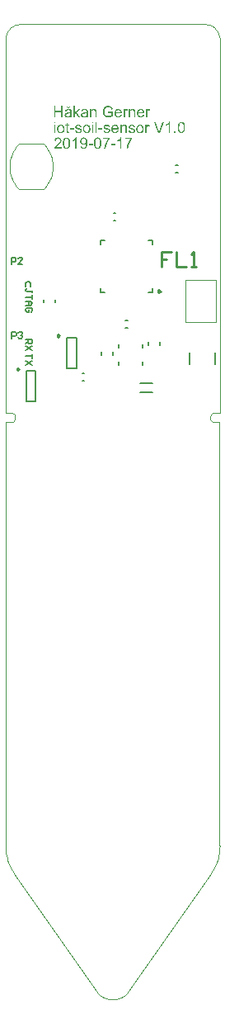
<source format=gto>
G04*
G04 #@! TF.GenerationSoftware,Altium Limited,Altium Designer,19.0.15 (446)*
G04*
G04 Layer_Color=65535*
%FSLAX25Y25*%
%MOIN*%
G70*
G01*
G75*
%ADD10C,0.00984*%
%ADD11C,0.00394*%
%ADD12C,0.00394*%
%ADD13C,0.00787*%
%ADD14C,0.00600*%
%ADD15C,0.01000*%
%ADD16C,0.00050*%
G36*
X44413Y344848D02*
X42709D01*
Y345399D01*
X44413D01*
Y344848D01*
D02*
G37*
G36*
X35354D02*
X33649D01*
Y345399D01*
X35354D01*
Y344848D01*
D02*
G37*
G36*
X31712Y347997D02*
X31744D01*
X31790Y347991D01*
X31900Y347971D01*
X32023Y347945D01*
X32159Y347900D01*
X32295Y347842D01*
X32431Y347764D01*
X32438D01*
X32444Y347751D01*
X32464Y347738D01*
X32489Y347719D01*
X32554Y347667D01*
X32639Y347595D01*
X32723Y347498D01*
X32820Y347381D01*
X32904Y347245D01*
X32982Y347090D01*
Y347083D01*
X32989Y347071D01*
X33001Y347045D01*
X33014Y347012D01*
X33027Y346967D01*
X33047Y346908D01*
X33060Y346844D01*
X33079Y346772D01*
X33099Y346688D01*
X33118Y346591D01*
X33131Y346487D01*
X33144Y346377D01*
X33157Y346254D01*
X33170Y346124D01*
X33176Y345982D01*
Y345833D01*
Y345826D01*
Y345794D01*
Y345749D01*
Y345690D01*
X33170Y345619D01*
Y345535D01*
X33163Y345438D01*
X33151Y345340D01*
X33131Y345120D01*
X33099Y344887D01*
X33053Y344666D01*
X33021Y344556D01*
X32989Y344459D01*
Y344453D01*
X32982Y344440D01*
X32969Y344414D01*
X32956Y344375D01*
X32937Y344336D01*
X32911Y344284D01*
X32846Y344174D01*
X32768Y344051D01*
X32677Y343921D01*
X32561Y343798D01*
X32431Y343688D01*
X32425D01*
X32412Y343675D01*
X32392Y343662D01*
X32366Y343649D01*
X32327Y343630D01*
X32289Y343604D01*
X32237Y343578D01*
X32185Y343558D01*
X32062Y343507D01*
X31913Y343461D01*
X31751Y343435D01*
X31569Y343422D01*
X31517D01*
X31485Y343429D01*
X31440D01*
X31388Y343435D01*
X31265Y343461D01*
X31129Y343494D01*
X30986Y343545D01*
X30844Y343617D01*
X30772Y343662D01*
X30707Y343714D01*
X30701Y343720D01*
X30695Y343727D01*
X30675Y343746D01*
X30656Y343766D01*
X30630Y343798D01*
X30597Y343837D01*
X30533Y343928D01*
X30468Y344044D01*
X30403Y344187D01*
X30351Y344349D01*
X30312Y344537D01*
X30844Y344582D01*
Y344576D01*
X30850Y344563D01*
Y344550D01*
X30857Y344524D01*
X30876Y344453D01*
X30902Y344375D01*
X30934Y344284D01*
X30980Y344193D01*
X31032Y344109D01*
X31096Y344038D01*
X31103Y344031D01*
X31129Y344012D01*
X31174Y343986D01*
X31226Y343960D01*
X31297Y343928D01*
X31381Y343902D01*
X31479Y343882D01*
X31582Y343876D01*
X31628D01*
X31673Y343882D01*
X31731Y343889D01*
X31803Y343902D01*
X31874Y343921D01*
X31952Y343947D01*
X32023Y343986D01*
X32029Y343992D01*
X32055Y344005D01*
X32094Y344031D01*
X32133Y344070D01*
X32185Y344116D01*
X32237Y344167D01*
X32289Y344226D01*
X32340Y344297D01*
X32347Y344303D01*
X32360Y344336D01*
X32386Y344381D01*
X32412Y344440D01*
X32444Y344517D01*
X32477Y344608D01*
X32509Y344712D01*
X32541Y344828D01*
Y344835D01*
X32548Y344841D01*
Y344861D01*
X32554Y344887D01*
X32567Y344952D01*
X32587Y345036D01*
X32600Y345139D01*
X32613Y345250D01*
X32619Y345373D01*
X32626Y345502D01*
Y345509D01*
Y345528D01*
Y345561D01*
Y345613D01*
X32619Y345600D01*
X32593Y345567D01*
X32554Y345522D01*
X32509Y345457D01*
X32444Y345392D01*
X32366Y345321D01*
X32276Y345250D01*
X32172Y345185D01*
X32159Y345178D01*
X32120Y345159D01*
X32062Y345133D01*
X31991Y345107D01*
X31893Y345075D01*
X31790Y345049D01*
X31673Y345029D01*
X31550Y345023D01*
X31498D01*
X31459Y345029D01*
X31407Y345036D01*
X31356Y345042D01*
X31291Y345055D01*
X31226Y345075D01*
X31077Y345120D01*
X30999Y345152D01*
X30921Y345191D01*
X30837Y345237D01*
X30759Y345295D01*
X30682Y345353D01*
X30610Y345425D01*
X30604Y345431D01*
X30591Y345444D01*
X30578Y345463D01*
X30552Y345496D01*
X30520Y345541D01*
X30487Y345587D01*
X30455Y345645D01*
X30422Y345710D01*
X30384Y345781D01*
X30351Y345859D01*
X30319Y345949D01*
X30286Y346040D01*
X30260Y346144D01*
X30247Y346254D01*
X30235Y346364D01*
X30228Y346487D01*
Y346494D01*
Y346520D01*
Y346552D01*
X30235Y346597D01*
X30241Y346656D01*
X30247Y346727D01*
X30260Y346798D01*
X30280Y346883D01*
X30325Y347051D01*
X30358Y347142D01*
X30397Y347239D01*
X30442Y347330D01*
X30500Y347414D01*
X30558Y347505D01*
X30630Y347582D01*
X30636Y347589D01*
X30649Y347602D01*
X30669Y347621D01*
X30701Y347647D01*
X30740Y347680D01*
X30792Y347719D01*
X30844Y347751D01*
X30908Y347796D01*
X30973Y347835D01*
X31051Y347867D01*
X31226Y347939D01*
X31317Y347965D01*
X31420Y347984D01*
X31524Y347997D01*
X31634Y348004D01*
X31679D01*
X31712Y347997D01*
D02*
G37*
G36*
X51288Y347492D02*
X51281Y347485D01*
X51269Y347472D01*
X51243Y347446D01*
X51217Y347407D01*
X51178Y347362D01*
X51126Y347310D01*
X51074Y347245D01*
X51016Y347168D01*
X50958Y347090D01*
X50886Y346999D01*
X50815Y346896D01*
X50744Y346792D01*
X50666Y346675D01*
X50588Y346552D01*
X50510Y346416D01*
X50433Y346280D01*
X50426Y346273D01*
X50413Y346248D01*
X50394Y346209D01*
X50361Y346150D01*
X50329Y346079D01*
X50290Y346001D01*
X50245Y345911D01*
X50199Y345807D01*
X50147Y345690D01*
X50089Y345574D01*
X50037Y345444D01*
X49986Y345308D01*
X49882Y345029D01*
X49785Y344731D01*
Y344725D01*
X49778Y344705D01*
X49772Y344673D01*
X49759Y344634D01*
X49746Y344582D01*
X49733Y344517D01*
X49713Y344446D01*
X49700Y344368D01*
X49681Y344278D01*
X49661Y344180D01*
X49629Y343973D01*
X49597Y343746D01*
X49577Y343500D01*
X49014D01*
Y343507D01*
Y343526D01*
Y343552D01*
X49020Y343591D01*
Y343643D01*
X49027Y343707D01*
X49033Y343779D01*
X49039Y343856D01*
X49052Y343947D01*
X49065Y344038D01*
X49085Y344148D01*
X49104Y344258D01*
X49124Y344375D01*
X49150Y344504D01*
X49214Y344770D01*
Y344777D01*
X49221Y344802D01*
X49234Y344841D01*
X49253Y344900D01*
X49273Y344965D01*
X49299Y345042D01*
X49325Y345133D01*
X49363Y345230D01*
X49402Y345340D01*
X49441Y345450D01*
X49538Y345697D01*
X49655Y345956D01*
X49785Y346215D01*
X49791Y346222D01*
X49804Y346248D01*
X49823Y346280D01*
X49849Y346332D01*
X49882Y346390D01*
X49927Y346461D01*
X49973Y346539D01*
X50024Y346623D01*
X50147Y346811D01*
X50277Y347006D01*
X50426Y347207D01*
X50582Y347394D01*
X48385D01*
Y347926D01*
X51288D01*
Y347492D01*
D02*
G37*
G36*
X46933Y343500D02*
X46383D01*
Y347006D01*
X46376Y346999D01*
X46344Y346973D01*
X46305Y346934D01*
X46240Y346889D01*
X46169Y346831D01*
X46078Y346766D01*
X45974Y346695D01*
X45858Y346623D01*
X45851D01*
X45845Y346617D01*
X45806Y346591D01*
X45741Y346559D01*
X45663Y346520D01*
X45573Y346474D01*
X45475Y346429D01*
X45378Y346384D01*
X45281Y346345D01*
Y346876D01*
X45287D01*
X45300Y346889D01*
X45326Y346896D01*
X45359Y346915D01*
X45398Y346934D01*
X45443Y346960D01*
X45553Y347025D01*
X45683Y347096D01*
X45812Y347187D01*
X45948Y347291D01*
X46085Y347401D01*
X46091Y347407D01*
X46097Y347414D01*
X46117Y347433D01*
X46143Y347453D01*
X46201Y347518D01*
X46279Y347595D01*
X46357Y347686D01*
X46441Y347790D01*
X46512Y347893D01*
X46577Y348004D01*
X46933D01*
Y343500D01*
D02*
G37*
G36*
X42229Y347492D02*
X42222Y347485D01*
X42210Y347472D01*
X42184Y347446D01*
X42158Y347407D01*
X42119Y347362D01*
X42067Y347310D01*
X42015Y347245D01*
X41957Y347168D01*
X41899Y347090D01*
X41827Y346999D01*
X41756Y346896D01*
X41685Y346792D01*
X41607Y346675D01*
X41529Y346552D01*
X41451Y346416D01*
X41374Y346280D01*
X41367Y346273D01*
X41354Y346248D01*
X41335Y346209D01*
X41302Y346150D01*
X41270Y346079D01*
X41231Y346001D01*
X41186Y345911D01*
X41140Y345807D01*
X41089Y345690D01*
X41030Y345574D01*
X40978Y345444D01*
X40927Y345308D01*
X40823Y345029D01*
X40726Y344731D01*
Y344725D01*
X40719Y344705D01*
X40713Y344673D01*
X40700Y344634D01*
X40687Y344582D01*
X40674Y344517D01*
X40654Y344446D01*
X40641Y344368D01*
X40622Y344278D01*
X40602Y344180D01*
X40570Y343973D01*
X40538Y343746D01*
X40518Y343500D01*
X39955D01*
Y343507D01*
Y343526D01*
Y343552D01*
X39961Y343591D01*
Y343643D01*
X39967Y343707D01*
X39974Y343779D01*
X39980Y343856D01*
X39993Y343947D01*
X40006Y344038D01*
X40026Y344148D01*
X40045Y344258D01*
X40065Y344375D01*
X40091Y344504D01*
X40155Y344770D01*
Y344777D01*
X40162Y344802D01*
X40175Y344841D01*
X40194Y344900D01*
X40214Y344965D01*
X40240Y345042D01*
X40266Y345133D01*
X40304Y345230D01*
X40343Y345340D01*
X40382Y345450D01*
X40479Y345697D01*
X40596Y345956D01*
X40726Y346215D01*
X40732Y346222D01*
X40745Y346248D01*
X40764Y346280D01*
X40790Y346332D01*
X40823Y346390D01*
X40868Y346461D01*
X40914Y346539D01*
X40965Y346623D01*
X41089Y346811D01*
X41218Y347006D01*
X41367Y347207D01*
X41523Y347394D01*
X39326D01*
Y347926D01*
X42229D01*
Y347492D01*
D02*
G37*
G36*
X28815Y343500D02*
X28265D01*
Y347006D01*
X28258Y346999D01*
X28226Y346973D01*
X28187Y346934D01*
X28122Y346889D01*
X28051Y346831D01*
X27960Y346766D01*
X27856Y346695D01*
X27740Y346623D01*
X27733D01*
X27727Y346617D01*
X27688Y346591D01*
X27623Y346559D01*
X27545Y346520D01*
X27455Y346474D01*
X27357Y346429D01*
X27260Y346384D01*
X27163Y346345D01*
Y346876D01*
X27169D01*
X27182Y346889D01*
X27208Y346896D01*
X27241Y346915D01*
X27280Y346934D01*
X27325Y346960D01*
X27435Y347025D01*
X27565Y347096D01*
X27694Y347187D01*
X27830Y347291D01*
X27966Y347401D01*
X27973Y347407D01*
X27979Y347414D01*
X27999Y347433D01*
X28025Y347453D01*
X28083Y347518D01*
X28161Y347595D01*
X28239Y347686D01*
X28323Y347790D01*
X28394Y347893D01*
X28459Y348004D01*
X28815D01*
Y343500D01*
D02*
G37*
G36*
X21363Y347997D02*
X21415Y347991D01*
X21480Y347984D01*
X21551Y347971D01*
X21623Y347958D01*
X21791Y347913D01*
X21960Y347848D01*
X22044Y347809D01*
X22128Y347764D01*
X22206Y347706D01*
X22277Y347641D01*
X22284Y347634D01*
X22297Y347628D01*
X22309Y347602D01*
X22335Y347576D01*
X22368Y347544D01*
X22400Y347498D01*
X22433Y347453D01*
X22471Y347394D01*
X22536Y347271D01*
X22601Y347116D01*
X22627Y347038D01*
X22640Y346947D01*
X22653Y346857D01*
X22659Y346759D01*
Y346746D01*
Y346714D01*
X22653Y346662D01*
X22646Y346591D01*
X22633Y346513D01*
X22607Y346423D01*
X22582Y346325D01*
X22543Y346228D01*
X22536Y346215D01*
X22523Y346183D01*
X22497Y346131D01*
X22458Y346060D01*
X22407Y345982D01*
X22342Y345885D01*
X22264Y345787D01*
X22173Y345677D01*
X22160Y345664D01*
X22128Y345625D01*
X22096Y345593D01*
X22063Y345561D01*
X22024Y345522D01*
X21972Y345470D01*
X21921Y345418D01*
X21856Y345360D01*
X21791Y345295D01*
X21713Y345224D01*
X21629Y345152D01*
X21538Y345068D01*
X21435Y344984D01*
X21331Y344893D01*
X21325Y344887D01*
X21312Y344874D01*
X21286Y344854D01*
X21253Y344828D01*
X21214Y344790D01*
X21169Y344751D01*
X21065Y344666D01*
X20955Y344569D01*
X20851Y344472D01*
X20761Y344388D01*
X20722Y344355D01*
X20689Y344323D01*
X20683Y344317D01*
X20663Y344297D01*
X20638Y344271D01*
X20605Y344232D01*
X20573Y344187D01*
X20534Y344142D01*
X20456Y344031D01*
X22666D01*
Y343500D01*
X19692D01*
Y343507D01*
Y343532D01*
Y343571D01*
X19698Y343623D01*
X19704Y343681D01*
X19717Y343746D01*
X19730Y343811D01*
X19756Y343882D01*
Y343889D01*
X19763Y343895D01*
X19776Y343934D01*
X19802Y343992D01*
X19841Y344070D01*
X19892Y344161D01*
X19957Y344265D01*
X20029Y344368D01*
X20119Y344479D01*
Y344485D01*
X20132Y344491D01*
X20165Y344530D01*
X20223Y344589D01*
X20307Y344673D01*
X20404Y344770D01*
X20527Y344887D01*
X20676Y345016D01*
X20839Y345152D01*
X20845Y345159D01*
X20871Y345178D01*
X20910Y345211D01*
X20955Y345250D01*
X21013Y345301D01*
X21085Y345360D01*
X21156Y345425D01*
X21240Y345496D01*
X21402Y345651D01*
X21564Y345807D01*
X21642Y345885D01*
X21713Y345962D01*
X21778Y346034D01*
X21830Y346105D01*
Y346111D01*
X21843Y346118D01*
X21856Y346137D01*
X21869Y346163D01*
X21914Y346235D01*
X21966Y346319D01*
X22011Y346423D01*
X22057Y346533D01*
X22083Y346656D01*
X22096Y346772D01*
Y346779D01*
Y346785D01*
X22089Y346824D01*
X22083Y346889D01*
X22063Y346960D01*
X22037Y347051D01*
X21992Y347142D01*
X21934Y347233D01*
X21856Y347323D01*
X21843Y347336D01*
X21811Y347362D01*
X21765Y347394D01*
X21694Y347440D01*
X21603Y347479D01*
X21499Y347518D01*
X21376Y347544D01*
X21240Y347550D01*
X21201D01*
X21175Y347544D01*
X21098Y347537D01*
X21007Y347518D01*
X20910Y347492D01*
X20800Y347446D01*
X20696Y347388D01*
X20599Y347310D01*
X20586Y347297D01*
X20560Y347265D01*
X20521Y347213D01*
X20482Y347135D01*
X20437Y347045D01*
X20398Y346928D01*
X20372Y346798D01*
X20359Y346649D01*
X19795Y346708D01*
Y346714D01*
X19802Y346733D01*
Y346766D01*
X19808Y346811D01*
X19821Y346863D01*
X19834Y346921D01*
X19853Y346993D01*
X19873Y347064D01*
X19925Y347219D01*
X20003Y347375D01*
X20048Y347453D01*
X20106Y347531D01*
X20165Y347602D01*
X20229Y347667D01*
X20236Y347673D01*
X20249Y347680D01*
X20268Y347699D01*
X20301Y347719D01*
X20339Y347744D01*
X20385Y347770D01*
X20437Y347803D01*
X20502Y347835D01*
X20573Y347867D01*
X20651Y347900D01*
X20735Y347926D01*
X20825Y347952D01*
X20923Y347971D01*
X21026Y347991D01*
X21137Y347997D01*
X21253Y348004D01*
X21318D01*
X21363Y347997D01*
D02*
G37*
G36*
X37395D02*
X37479Y347984D01*
X37576Y347965D01*
X37680Y347939D01*
X37790Y347906D01*
X37894Y347855D01*
X37900D01*
X37907Y347848D01*
X37939Y347829D01*
X37991Y347796D01*
X38056Y347751D01*
X38127Y347686D01*
X38205Y347615D01*
X38276Y347531D01*
X38347Y347433D01*
X38354Y347420D01*
X38380Y347388D01*
X38406Y347330D01*
X38451Y347245D01*
X38490Y347148D01*
X38542Y347038D01*
X38587Y346908D01*
X38626Y346766D01*
Y346759D01*
X38633Y346746D01*
X38639Y346727D01*
X38645Y346695D01*
X38652Y346656D01*
X38658Y346610D01*
X38671Y346552D01*
X38678Y346487D01*
X38691Y346416D01*
X38697Y346338D01*
X38704Y346248D01*
X38717Y346157D01*
X38723Y346053D01*
Y345949D01*
X38730Y345833D01*
Y345710D01*
Y345703D01*
Y345677D01*
Y345632D01*
Y345580D01*
X38723Y345509D01*
Y345431D01*
X38717Y345347D01*
X38710Y345256D01*
X38691Y345049D01*
X38658Y344835D01*
X38620Y344627D01*
X38594Y344530D01*
X38561Y344433D01*
Y344427D01*
X38555Y344414D01*
X38542Y344388D01*
X38529Y344355D01*
X38516Y344310D01*
X38490Y344265D01*
X38438Y344155D01*
X38373Y344038D01*
X38289Y343908D01*
X38192Y343792D01*
X38075Y343681D01*
X38069D01*
X38062Y343669D01*
X38043Y343655D01*
X38017Y343643D01*
X37985Y343623D01*
X37952Y343597D01*
X37855Y343552D01*
X37738Y343507D01*
X37602Y343461D01*
X37440Y343435D01*
X37265Y343422D01*
X37200D01*
X37155Y343429D01*
X37103Y343435D01*
X37038Y343448D01*
X36967Y343461D01*
X36889Y343481D01*
X36812Y343507D01*
X36727Y343532D01*
X36643Y343571D01*
X36559Y343617D01*
X36475Y343669D01*
X36391Y343733D01*
X36313Y343805D01*
X36241Y343882D01*
X36235Y343889D01*
X36222Y343908D01*
X36203Y343941D01*
X36170Y343992D01*
X36138Y344051D01*
X36105Y344129D01*
X36060Y344219D01*
X36021Y344323D01*
X35982Y344440D01*
X35943Y344576D01*
X35904Y344725D01*
X35872Y344893D01*
X35840Y345075D01*
X35820Y345269D01*
X35807Y345483D01*
X35801Y345710D01*
Y345716D01*
Y345742D01*
Y345787D01*
Y345839D01*
X35807Y345911D01*
Y345988D01*
X35814Y346073D01*
X35820Y346170D01*
X35840Y346371D01*
X35872Y346585D01*
X35911Y346798D01*
X35937Y346896D01*
X35963Y346993D01*
Y346999D01*
X35969Y347012D01*
X35982Y347038D01*
X35995Y347071D01*
X36008Y347116D01*
X36034Y347161D01*
X36086Y347271D01*
X36151Y347388D01*
X36235Y347511D01*
X36332Y347634D01*
X36449Y347738D01*
X36455D01*
X36462Y347751D01*
X36481Y347764D01*
X36507Y347777D01*
X36540Y347803D01*
X36578Y347822D01*
X36676Y347874D01*
X36792Y347919D01*
X36928Y347965D01*
X37090Y347991D01*
X37265Y348004D01*
X37324D01*
X37395Y347997D01*
D02*
G37*
G36*
X24850D02*
X24934Y347984D01*
X25031Y347965D01*
X25135Y347939D01*
X25245Y347906D01*
X25349Y347855D01*
X25355D01*
X25361Y347848D01*
X25394Y347829D01*
X25446Y347796D01*
X25511Y347751D01*
X25582Y347686D01*
X25660Y347615D01*
X25731Y347531D01*
X25802Y347433D01*
X25809Y347420D01*
X25835Y347388D01*
X25861Y347330D01*
X25906Y347245D01*
X25945Y347148D01*
X25997Y347038D01*
X26042Y346908D01*
X26081Y346766D01*
Y346759D01*
X26087Y346746D01*
X26094Y346727D01*
X26100Y346695D01*
X26107Y346656D01*
X26113Y346610D01*
X26126Y346552D01*
X26133Y346487D01*
X26146Y346416D01*
X26152Y346338D01*
X26159Y346248D01*
X26171Y346157D01*
X26178Y346053D01*
Y345949D01*
X26184Y345833D01*
Y345710D01*
Y345703D01*
Y345677D01*
Y345632D01*
Y345580D01*
X26178Y345509D01*
Y345431D01*
X26171Y345347D01*
X26165Y345256D01*
X26146Y345049D01*
X26113Y344835D01*
X26074Y344627D01*
X26048Y344530D01*
X26016Y344433D01*
Y344427D01*
X26010Y344414D01*
X25997Y344388D01*
X25984Y344355D01*
X25971Y344310D01*
X25945Y344265D01*
X25893Y344155D01*
X25828Y344038D01*
X25744Y343908D01*
X25647Y343792D01*
X25530Y343681D01*
X25523D01*
X25517Y343669D01*
X25498Y343655D01*
X25472Y343643D01*
X25439Y343623D01*
X25407Y343597D01*
X25310Y343552D01*
X25193Y343507D01*
X25057Y343461D01*
X24895Y343435D01*
X24720Y343422D01*
X24655D01*
X24610Y343429D01*
X24558Y343435D01*
X24493Y343448D01*
X24422Y343461D01*
X24344Y343481D01*
X24266Y343507D01*
X24182Y343532D01*
X24098Y343571D01*
X24014Y343617D01*
X23929Y343669D01*
X23845Y343733D01*
X23767Y343805D01*
X23696Y343882D01*
X23690Y343889D01*
X23677Y343908D01*
X23657Y343941D01*
X23625Y343992D01*
X23593Y344051D01*
X23560Y344129D01*
X23515Y344219D01*
X23476Y344323D01*
X23437Y344440D01*
X23398Y344576D01*
X23359Y344725D01*
X23327Y344893D01*
X23294Y345075D01*
X23275Y345269D01*
X23262Y345483D01*
X23256Y345710D01*
Y345716D01*
Y345742D01*
Y345787D01*
Y345839D01*
X23262Y345911D01*
Y345988D01*
X23268Y346073D01*
X23275Y346170D01*
X23294Y346371D01*
X23327Y346585D01*
X23366Y346798D01*
X23392Y346896D01*
X23417Y346993D01*
Y346999D01*
X23424Y347012D01*
X23437Y347038D01*
X23450Y347071D01*
X23463Y347116D01*
X23489Y347161D01*
X23541Y347271D01*
X23605Y347388D01*
X23690Y347511D01*
X23787Y347634D01*
X23903Y347738D01*
X23910D01*
X23916Y347751D01*
X23936Y347764D01*
X23962Y347777D01*
X23994Y347803D01*
X24033Y347822D01*
X24130Y347874D01*
X24247Y347919D01*
X24383Y347965D01*
X24545Y347991D01*
X24720Y348004D01*
X24778D01*
X24850Y347997D01*
D02*
G37*
G36*
X35568Y353706D02*
X35017D01*
Y354334D01*
X35568D01*
Y353706D01*
D02*
G37*
G36*
X20236D02*
X19685D01*
Y354334D01*
X20236D01*
Y353706D01*
D02*
G37*
G36*
X48139Y353168D02*
X48210Y353161D01*
X48294Y353148D01*
X48385Y353129D01*
X48482Y353103D01*
X48573Y353064D01*
X48586Y353058D01*
X48612Y353045D01*
X48657Y353025D01*
X48709Y352993D01*
X48774Y352954D01*
X48832Y352902D01*
X48890Y352850D01*
X48942Y352785D01*
X48949Y352779D01*
X48962Y352753D01*
X48981Y352721D01*
X49014Y352675D01*
X49039Y352610D01*
X49065Y352546D01*
X49098Y352468D01*
X49117Y352384D01*
Y352377D01*
X49124Y352351D01*
X49130Y352312D01*
X49137Y352261D01*
Y352183D01*
X49143Y352092D01*
X49150Y351982D01*
Y351846D01*
Y349850D01*
X48599D01*
Y351820D01*
Y351826D01*
Y351833D01*
Y351878D01*
Y351937D01*
X48592Y352008D01*
X48586Y352092D01*
X48573Y352176D01*
X48553Y352254D01*
X48534Y352325D01*
Y352332D01*
X48521Y352351D01*
X48502Y352384D01*
X48482Y352423D01*
X48450Y352461D01*
X48411Y352507D01*
X48359Y352552D01*
X48301Y352591D01*
X48294Y352597D01*
X48275Y352610D01*
X48236Y352623D01*
X48191Y352643D01*
X48139Y352662D01*
X48074Y352682D01*
X47996Y352688D01*
X47918Y352695D01*
X47886D01*
X47860Y352688D01*
X47795Y352682D01*
X47711Y352669D01*
X47620Y352636D01*
X47517Y352597D01*
X47413Y352546D01*
X47316Y352468D01*
X47303Y352455D01*
X47277Y352423D01*
X47257Y352397D01*
X47238Y352364D01*
X47212Y352325D01*
X47193Y352280D01*
X47167Y352228D01*
X47141Y352163D01*
X47121Y352092D01*
X47102Y352014D01*
X47089Y351930D01*
X47076Y351839D01*
X47063Y351729D01*
Y351619D01*
Y349850D01*
X46512D01*
Y353103D01*
X47005D01*
Y352636D01*
X47011Y352643D01*
X47024Y352662D01*
X47044Y352688D01*
X47069Y352721D01*
X47108Y352760D01*
X47154Y352805D01*
X47206Y352857D01*
X47270Y352909D01*
X47335Y352954D01*
X47413Y353006D01*
X47497Y353051D01*
X47588Y353090D01*
X47692Y353122D01*
X47795Y353148D01*
X47912Y353168D01*
X48035Y353174D01*
X48087D01*
X48139Y353168D01*
D02*
G37*
G36*
X57917D02*
X57988Y353155D01*
X58073Y353129D01*
X58163Y353097D01*
X58267Y353051D01*
X58377Y352993D01*
X58176Y352487D01*
X58170Y352494D01*
X58144Y352507D01*
X58105Y352526D01*
X58053Y352546D01*
X57995Y352565D01*
X57924Y352585D01*
X57852Y352597D01*
X57781Y352604D01*
X57749D01*
X57716Y352597D01*
X57671Y352591D01*
X57625Y352578D01*
X57567Y352559D01*
X57509Y352533D01*
X57457Y352494D01*
X57450Y352487D01*
X57431Y352474D01*
X57412Y352449D01*
X57379Y352416D01*
X57347Y352371D01*
X57314Y352319D01*
X57282Y352261D01*
X57256Y352189D01*
X57250Y352176D01*
X57243Y352137D01*
X57230Y352079D01*
X57211Y352001D01*
X57191Y351904D01*
X57178Y351794D01*
X57172Y351677D01*
X57165Y351548D01*
Y349850D01*
X56615D01*
Y353103D01*
X57113D01*
Y352610D01*
X57120Y352617D01*
X57146Y352662D01*
X57178Y352721D01*
X57230Y352792D01*
X57282Y352863D01*
X57340Y352941D01*
X57399Y353006D01*
X57457Y353058D01*
X57463Y353064D01*
X57483Y353077D01*
X57522Y353097D01*
X57561Y353116D01*
X57613Y353135D01*
X57677Y353155D01*
X57742Y353168D01*
X57813Y353174D01*
X57859D01*
X57917Y353168D01*
D02*
G37*
G36*
X51197D02*
X51294Y353161D01*
X51398Y353148D01*
X51508Y353122D01*
X51625Y353097D01*
X51735Y353058D01*
X51742D01*
X51748Y353051D01*
X51780Y353038D01*
X51832Y353012D01*
X51897Y352980D01*
X51968Y352935D01*
X52040Y352883D01*
X52105Y352824D01*
X52163Y352760D01*
X52169Y352753D01*
X52182Y352727D01*
X52208Y352682D01*
X52241Y352630D01*
X52273Y352552D01*
X52305Y352468D01*
X52331Y352371D01*
X52357Y352261D01*
X51819Y352189D01*
Y352202D01*
X51813Y352228D01*
X51800Y352274D01*
X51780Y352332D01*
X51748Y352390D01*
X51709Y352455D01*
X51664Y352520D01*
X51599Y352578D01*
X51593Y352585D01*
X51567Y352597D01*
X51528Y352623D01*
X51469Y352649D01*
X51405Y352675D01*
X51320Y352701D01*
X51217Y352714D01*
X51107Y352721D01*
X51042D01*
X50977Y352714D01*
X50893Y352708D01*
X50809Y352688D01*
X50718Y352669D01*
X50634Y352636D01*
X50562Y352591D01*
X50556Y352585D01*
X50536Y352572D01*
X50510Y352546D01*
X50485Y352507D01*
X50452Y352468D01*
X50426Y352416D01*
X50407Y352358D01*
X50400Y352299D01*
Y352293D01*
Y352280D01*
X50407Y352261D01*
Y352235D01*
X50426Y352170D01*
X50465Y352105D01*
X50472Y352099D01*
X50478Y352092D01*
X50491Y352073D01*
X50517Y352053D01*
X50543Y352034D01*
X50582Y352008D01*
X50627Y351988D01*
X50679Y351962D01*
X50685D01*
X50698Y351956D01*
X50724Y351950D01*
X50770Y351930D01*
X50834Y351911D01*
X50919Y351891D01*
X50971Y351872D01*
X51029Y351859D01*
X51094Y351839D01*
X51165Y351820D01*
X51171D01*
X51191Y351813D01*
X51223Y351807D01*
X51262Y351794D01*
X51307Y351781D01*
X51366Y351768D01*
X51489Y351729D01*
X51625Y351690D01*
X51761Y351645D01*
X51884Y351600D01*
X51936Y351580D01*
X51981Y351561D01*
X51994Y351554D01*
X52020Y351541D01*
X52059Y351522D01*
X52117Y351489D01*
X52176Y351451D01*
X52234Y351399D01*
X52292Y351340D01*
X52344Y351276D01*
X52351Y351269D01*
X52364Y351243D01*
X52390Y351204D01*
X52416Y351146D01*
X52435Y351075D01*
X52461Y350997D01*
X52474Y350906D01*
X52480Y350803D01*
Y350790D01*
Y350757D01*
X52474Y350705D01*
X52461Y350634D01*
X52441Y350556D01*
X52409Y350472D01*
X52370Y350375D01*
X52318Y350284D01*
X52312Y350271D01*
X52286Y350245D01*
X52254Y350200D01*
X52202Y350148D01*
X52130Y350090D01*
X52053Y350025D01*
X51962Y349967D01*
X51852Y349908D01*
X51845D01*
X51839Y349902D01*
X51800Y349889D01*
X51735Y349869D01*
X51651Y349844D01*
X51547Y349818D01*
X51431Y349798D01*
X51307Y349785D01*
X51165Y349779D01*
X51107D01*
X51061Y349785D01*
X51009D01*
X50945Y349792D01*
X50880Y349798D01*
X50809Y349811D01*
X50653Y349844D01*
X50491Y349889D01*
X50335Y349954D01*
X50264Y349993D01*
X50199Y350038D01*
X50193Y350044D01*
X50186Y350051D01*
X50147Y350090D01*
X50089Y350148D01*
X50024Y350239D01*
X49953Y350349D01*
X49882Y350479D01*
X49823Y350641D01*
X49778Y350822D01*
X50323Y350906D01*
Y350900D01*
Y350893D01*
X50335Y350854D01*
X50348Y350790D01*
X50374Y350718D01*
X50407Y350641D01*
X50446Y350556D01*
X50504Y350472D01*
X50575Y350401D01*
X50588Y350394D01*
X50614Y350375D01*
X50666Y350349D01*
X50731Y350317D01*
X50815Y350284D01*
X50912Y350258D01*
X51029Y350239D01*
X51165Y350232D01*
X51230D01*
X51294Y350239D01*
X51379Y350252D01*
X51469Y350271D01*
X51567Y350297D01*
X51651Y350329D01*
X51729Y350381D01*
X51735Y350388D01*
X51761Y350407D01*
X51787Y350440D01*
X51826Y350485D01*
X51858Y350537D01*
X51891Y350602D01*
X51910Y350666D01*
X51917Y350744D01*
Y350751D01*
Y350777D01*
X51910Y350809D01*
X51897Y350854D01*
X51878Y350900D01*
X51845Y350945D01*
X51806Y350997D01*
X51748Y351036D01*
X51742Y351042D01*
X51722Y351049D01*
X51690Y351068D01*
X51638Y351088D01*
X51560Y351114D01*
X51515Y351133D01*
X51463Y351146D01*
X51405Y351165D01*
X51340Y351185D01*
X51269Y351204D01*
X51184Y351224D01*
X51178D01*
X51158Y351230D01*
X51126Y351237D01*
X51087Y351250D01*
X51035Y351263D01*
X50977Y351282D01*
X50854Y351314D01*
X50711Y351360D01*
X50575Y351399D01*
X50446Y351444D01*
X50387Y351470D01*
X50342Y351489D01*
X50329Y351496D01*
X50303Y351509D01*
X50264Y351535D01*
X50212Y351567D01*
X50154Y351613D01*
X50096Y351664D01*
X50037Y351723D01*
X49986Y351794D01*
X49979Y351800D01*
X49966Y351826D01*
X49947Y351872D01*
X49927Y351924D01*
X49908Y351988D01*
X49888Y352066D01*
X49875Y352144D01*
X49869Y352235D01*
Y352248D01*
Y352274D01*
X49875Y352312D01*
X49882Y352371D01*
X49895Y352429D01*
X49908Y352500D01*
X49934Y352565D01*
X49966Y352636D01*
X49973Y352643D01*
X49986Y352669D01*
X50005Y352701D01*
X50037Y352747D01*
X50076Y352792D01*
X50122Y352850D01*
X50173Y352902D01*
X50238Y352947D01*
X50245Y352954D01*
X50264Y352960D01*
X50290Y352980D01*
X50329Y352999D01*
X50381Y353025D01*
X50439Y353051D01*
X50510Y353077D01*
X50588Y353103D01*
X50601Y353109D01*
X50627Y353116D01*
X50672Y353129D01*
X50731Y353142D01*
X50802Y353155D01*
X50880Y353161D01*
X50971Y353174D01*
X51126D01*
X51197Y353168D01*
D02*
G37*
G36*
X41089D02*
X41186Y353161D01*
X41289Y353148D01*
X41399Y353122D01*
X41516Y353097D01*
X41626Y353058D01*
X41633D01*
X41639Y353051D01*
X41672Y353038D01*
X41723Y353012D01*
X41788Y352980D01*
X41860Y352935D01*
X41931Y352883D01*
X41996Y352824D01*
X42054Y352760D01*
X42061Y352753D01*
X42073Y352727D01*
X42099Y352682D01*
X42132Y352630D01*
X42164Y352552D01*
X42197Y352468D01*
X42222Y352371D01*
X42248Y352261D01*
X41711Y352189D01*
Y352202D01*
X41704Y352228D01*
X41691Y352274D01*
X41672Y352332D01*
X41639Y352390D01*
X41600Y352455D01*
X41555Y352520D01*
X41490Y352578D01*
X41484Y352585D01*
X41458Y352597D01*
X41419Y352623D01*
X41361Y352649D01*
X41296Y352675D01*
X41212Y352701D01*
X41108Y352714D01*
X40998Y352721D01*
X40933D01*
X40868Y352714D01*
X40784Y352708D01*
X40700Y352688D01*
X40609Y352669D01*
X40525Y352636D01*
X40453Y352591D01*
X40447Y352585D01*
X40428Y352572D01*
X40402Y352546D01*
X40376Y352507D01*
X40343Y352468D01*
X40317Y352416D01*
X40298Y352358D01*
X40291Y352299D01*
Y352293D01*
Y352280D01*
X40298Y352261D01*
Y352235D01*
X40317Y352170D01*
X40356Y352105D01*
X40363Y352099D01*
X40369Y352092D01*
X40382Y352073D01*
X40408Y352053D01*
X40434Y352034D01*
X40473Y352008D01*
X40518Y351988D01*
X40570Y351962D01*
X40577D01*
X40589Y351956D01*
X40615Y351950D01*
X40661Y351930D01*
X40726Y351911D01*
X40810Y351891D01*
X40862Y351872D01*
X40920Y351859D01*
X40985Y351839D01*
X41056Y351820D01*
X41063D01*
X41082Y351813D01*
X41114Y351807D01*
X41153Y351794D01*
X41199Y351781D01*
X41257Y351768D01*
X41380Y351729D01*
X41516Y351690D01*
X41652Y351645D01*
X41775Y351600D01*
X41827Y351580D01*
X41873Y351561D01*
X41886Y351554D01*
X41911Y351541D01*
X41950Y351522D01*
X42009Y351489D01*
X42067Y351451D01*
X42125Y351399D01*
X42184Y351340D01*
X42235Y351276D01*
X42242Y351269D01*
X42255Y351243D01*
X42281Y351204D01*
X42307Y351146D01*
X42326Y351075D01*
X42352Y350997D01*
X42365Y350906D01*
X42371Y350803D01*
Y350790D01*
Y350757D01*
X42365Y350705D01*
X42352Y350634D01*
X42333Y350556D01*
X42300Y350472D01*
X42261Y350375D01*
X42210Y350284D01*
X42203Y350271D01*
X42177Y350245D01*
X42145Y350200D01*
X42093Y350148D01*
X42022Y350090D01*
X41944Y350025D01*
X41853Y349967D01*
X41743Y349908D01*
X41737D01*
X41730Y349902D01*
X41691Y349889D01*
X41626Y349869D01*
X41542Y349844D01*
X41438Y349818D01*
X41322Y349798D01*
X41199Y349785D01*
X41056Y349779D01*
X40998D01*
X40952Y349785D01*
X40901D01*
X40836Y349792D01*
X40771Y349798D01*
X40700Y349811D01*
X40544Y349844D01*
X40382Y349889D01*
X40227Y349954D01*
X40155Y349993D01*
X40091Y350038D01*
X40084Y350044D01*
X40078Y350051D01*
X40039Y350090D01*
X39980Y350148D01*
X39916Y350239D01*
X39844Y350349D01*
X39773Y350479D01*
X39715Y350641D01*
X39669Y350822D01*
X40214Y350906D01*
Y350900D01*
Y350893D01*
X40227Y350854D01*
X40240Y350790D01*
X40266Y350718D01*
X40298Y350641D01*
X40337Y350556D01*
X40395Y350472D01*
X40466Y350401D01*
X40479Y350394D01*
X40505Y350375D01*
X40557Y350349D01*
X40622Y350317D01*
X40706Y350284D01*
X40803Y350258D01*
X40920Y350239D01*
X41056Y350232D01*
X41121D01*
X41186Y350239D01*
X41270Y350252D01*
X41361Y350271D01*
X41458Y350297D01*
X41542Y350329D01*
X41620Y350381D01*
X41626Y350388D01*
X41652Y350407D01*
X41678Y350440D01*
X41717Y350485D01*
X41749Y350537D01*
X41782Y350602D01*
X41801Y350666D01*
X41808Y350744D01*
Y350751D01*
Y350777D01*
X41801Y350809D01*
X41788Y350854D01*
X41769Y350900D01*
X41737Y350945D01*
X41698Y350997D01*
X41639Y351036D01*
X41633Y351042D01*
X41613Y351049D01*
X41581Y351068D01*
X41529Y351088D01*
X41451Y351114D01*
X41406Y351133D01*
X41354Y351146D01*
X41296Y351165D01*
X41231Y351185D01*
X41160Y351204D01*
X41076Y351224D01*
X41069D01*
X41050Y351230D01*
X41017Y351237D01*
X40978Y351250D01*
X40927Y351263D01*
X40868Y351282D01*
X40745Y351314D01*
X40602Y351360D01*
X40466Y351399D01*
X40337Y351444D01*
X40279Y351470D01*
X40233Y351489D01*
X40220Y351496D01*
X40194Y351509D01*
X40155Y351535D01*
X40104Y351567D01*
X40045Y351613D01*
X39987Y351664D01*
X39929Y351723D01*
X39877Y351794D01*
X39870Y351800D01*
X39857Y351826D01*
X39838Y351872D01*
X39818Y351924D01*
X39799Y351988D01*
X39779Y352066D01*
X39767Y352144D01*
X39760Y352235D01*
Y352248D01*
Y352274D01*
X39767Y352312D01*
X39773Y352371D01*
X39786Y352429D01*
X39799Y352500D01*
X39825Y352565D01*
X39857Y352636D01*
X39864Y352643D01*
X39877Y352669D01*
X39896Y352701D01*
X39929Y352747D01*
X39967Y352792D01*
X40013Y352850D01*
X40065Y352902D01*
X40129Y352947D01*
X40136Y352954D01*
X40155Y352960D01*
X40181Y352980D01*
X40220Y352999D01*
X40272Y353025D01*
X40330Y353051D01*
X40402Y353077D01*
X40479Y353103D01*
X40492Y353109D01*
X40518Y353116D01*
X40564Y353129D01*
X40622Y353142D01*
X40693Y353155D01*
X40771Y353161D01*
X40862Y353174D01*
X41017D01*
X41089Y353168D01*
D02*
G37*
G36*
X29593D02*
X29690Y353161D01*
X29794Y353148D01*
X29904Y353122D01*
X30021Y353097D01*
X30131Y353058D01*
X30137D01*
X30144Y353051D01*
X30176Y353038D01*
X30228Y353012D01*
X30293Y352980D01*
X30364Y352935D01*
X30435Y352883D01*
X30500Y352824D01*
X30558Y352760D01*
X30565Y352753D01*
X30578Y352727D01*
X30604Y352682D01*
X30636Y352630D01*
X30669Y352552D01*
X30701Y352468D01*
X30727Y352371D01*
X30753Y352261D01*
X30215Y352189D01*
Y352202D01*
X30209Y352228D01*
X30196Y352274D01*
X30176Y352332D01*
X30144Y352390D01*
X30105Y352455D01*
X30059Y352520D01*
X29995Y352578D01*
X29988Y352585D01*
X29962Y352597D01*
X29923Y352623D01*
X29865Y352649D01*
X29800Y352675D01*
X29716Y352701D01*
X29612Y352714D01*
X29502Y352721D01*
X29437D01*
X29373Y352714D01*
X29288Y352708D01*
X29204Y352688D01*
X29113Y352669D01*
X29029Y352636D01*
X28958Y352591D01*
X28951Y352585D01*
X28932Y352572D01*
X28906Y352546D01*
X28880Y352507D01*
X28848Y352468D01*
X28822Y352416D01*
X28802Y352358D01*
X28796Y352299D01*
Y352293D01*
Y352280D01*
X28802Y352261D01*
Y352235D01*
X28822Y352170D01*
X28861Y352105D01*
X28867Y352099D01*
X28874Y352092D01*
X28887Y352073D01*
X28913Y352053D01*
X28938Y352034D01*
X28977Y352008D01*
X29023Y351988D01*
X29075Y351962D01*
X29081D01*
X29094Y351956D01*
X29120Y351950D01*
X29165Y351930D01*
X29230Y351911D01*
X29314Y351891D01*
X29366Y351872D01*
X29425Y351859D01*
X29489Y351839D01*
X29561Y351820D01*
X29567D01*
X29586Y351813D01*
X29619Y351807D01*
X29658Y351794D01*
X29703Y351781D01*
X29761Y351768D01*
X29885Y351729D01*
X30021Y351690D01*
X30157Y351645D01*
X30280Y351600D01*
X30332Y351580D01*
X30377Y351561D01*
X30390Y351554D01*
X30416Y351541D01*
X30455Y351522D01*
X30513Y351489D01*
X30571Y351451D01*
X30630Y351399D01*
X30688Y351340D01*
X30740Y351276D01*
X30746Y351269D01*
X30759Y351243D01*
X30785Y351204D01*
X30811Y351146D01*
X30831Y351075D01*
X30857Y350997D01*
X30869Y350906D01*
X30876Y350803D01*
Y350790D01*
Y350757D01*
X30869Y350705D01*
X30857Y350634D01*
X30837Y350556D01*
X30805Y350472D01*
X30766Y350375D01*
X30714Y350284D01*
X30707Y350271D01*
X30682Y350245D01*
X30649Y350200D01*
X30597Y350148D01*
X30526Y350090D01*
X30448Y350025D01*
X30358Y349967D01*
X30247Y349908D01*
X30241D01*
X30235Y349902D01*
X30196Y349889D01*
X30131Y349869D01*
X30047Y349844D01*
X29943Y349818D01*
X29826Y349798D01*
X29703Y349785D01*
X29561Y349779D01*
X29502D01*
X29457Y349785D01*
X29405D01*
X29340Y349792D01*
X29275Y349798D01*
X29204Y349811D01*
X29049Y349844D01*
X28887Y349889D01*
X28731Y349954D01*
X28660Y349993D01*
X28595Y350038D01*
X28589Y350044D01*
X28582Y350051D01*
X28543Y350090D01*
X28485Y350148D01*
X28420Y350239D01*
X28349Y350349D01*
X28278Y350479D01*
X28219Y350641D01*
X28174Y350822D01*
X28718Y350906D01*
Y350900D01*
Y350893D01*
X28731Y350854D01*
X28744Y350790D01*
X28770Y350718D01*
X28802Y350641D01*
X28841Y350556D01*
X28900Y350472D01*
X28971Y350401D01*
X28984Y350394D01*
X29010Y350375D01*
X29062Y350349D01*
X29126Y350317D01*
X29211Y350284D01*
X29308Y350258D01*
X29425Y350239D01*
X29561Y350232D01*
X29625D01*
X29690Y350239D01*
X29774Y350252D01*
X29865Y350271D01*
X29962Y350297D01*
X30047Y350329D01*
X30124Y350381D01*
X30131Y350388D01*
X30157Y350407D01*
X30183Y350440D01*
X30222Y350485D01*
X30254Y350537D01*
X30286Y350602D01*
X30306Y350666D01*
X30312Y350744D01*
Y350751D01*
Y350777D01*
X30306Y350809D01*
X30293Y350854D01*
X30273Y350900D01*
X30241Y350945D01*
X30202Y350997D01*
X30144Y351036D01*
X30137Y351042D01*
X30118Y351049D01*
X30085Y351068D01*
X30034Y351088D01*
X29956Y351114D01*
X29910Y351133D01*
X29859Y351146D01*
X29800Y351165D01*
X29735Y351185D01*
X29664Y351204D01*
X29580Y351224D01*
X29574D01*
X29554Y351230D01*
X29522Y351237D01*
X29483Y351250D01*
X29431Y351263D01*
X29373Y351282D01*
X29250Y351314D01*
X29107Y351360D01*
X28971Y351399D01*
X28841Y351444D01*
X28783Y351470D01*
X28738Y351489D01*
X28725Y351496D01*
X28699Y351509D01*
X28660Y351535D01*
X28608Y351567D01*
X28550Y351613D01*
X28491Y351664D01*
X28433Y351723D01*
X28381Y351794D01*
X28375Y351800D01*
X28362Y351826D01*
X28342Y351872D01*
X28323Y351924D01*
X28303Y351988D01*
X28284Y352066D01*
X28271Y352144D01*
X28265Y352235D01*
Y352248D01*
Y352274D01*
X28271Y352312D01*
X28278Y352371D01*
X28291Y352429D01*
X28303Y352500D01*
X28329Y352565D01*
X28362Y352636D01*
X28368Y352643D01*
X28381Y352669D01*
X28401Y352701D01*
X28433Y352747D01*
X28472Y352792D01*
X28517Y352850D01*
X28569Y352902D01*
X28634Y352947D01*
X28640Y352954D01*
X28660Y352960D01*
X28686Y352980D01*
X28725Y352999D01*
X28776Y353025D01*
X28835Y353051D01*
X28906Y353077D01*
X28984Y353103D01*
X28997Y353109D01*
X29023Y353116D01*
X29068Y353129D01*
X29126Y353142D01*
X29198Y353155D01*
X29275Y353161D01*
X29366Y353174D01*
X29522D01*
X29593Y353168D01*
D02*
G37*
G36*
X39287Y351198D02*
X37583D01*
Y351749D01*
X39287D01*
Y351198D01*
D02*
G37*
G36*
X27792D02*
X26087D01*
Y351749D01*
X27792D01*
Y351198D01*
D02*
G37*
G36*
X62414Y349850D02*
X61792D01*
X60055Y354334D01*
X60703D01*
X61870Y351075D01*
Y351068D01*
X61876Y351055D01*
X61883Y351036D01*
X61896Y351010D01*
X61902Y350971D01*
X61915Y350932D01*
X61948Y350835D01*
X61987Y350725D01*
X62025Y350602D01*
X62103Y350342D01*
Y350349D01*
X62110Y350362D01*
X62116Y350381D01*
X62123Y350407D01*
X62142Y350479D01*
X62174Y350576D01*
X62207Y350686D01*
X62246Y350809D01*
X62291Y350939D01*
X62343Y351075D01*
X63561Y354334D01*
X64164D01*
X62414Y349850D01*
D02*
G37*
G36*
X68901D02*
X68272D01*
Y350479D01*
X68901D01*
Y349850D01*
D02*
G37*
G36*
X66548D02*
X65998D01*
Y353356D01*
X65991Y353349D01*
X65959Y353323D01*
X65920Y353284D01*
X65855Y353239D01*
X65784Y353181D01*
X65693Y353116D01*
X65589Y353045D01*
X65473Y352973D01*
X65466D01*
X65460Y352967D01*
X65421Y352941D01*
X65356Y352909D01*
X65278Y352870D01*
X65188Y352824D01*
X65090Y352779D01*
X64993Y352734D01*
X64896Y352695D01*
Y353226D01*
X64903D01*
X64915Y353239D01*
X64941Y353245D01*
X64974Y353265D01*
X65013Y353284D01*
X65058Y353310D01*
X65168Y353375D01*
X65298Y353446D01*
X65427Y353537D01*
X65563Y353641D01*
X65699Y353751D01*
X65706Y353757D01*
X65712Y353764D01*
X65732Y353783D01*
X65758Y353803D01*
X65816Y353868D01*
X65894Y353945D01*
X65972Y354036D01*
X66056Y354140D01*
X66127Y354243D01*
X66192Y354354D01*
X66548D01*
Y349850D01*
D02*
G37*
G36*
X36948D02*
X36397D01*
Y354334D01*
X36948D01*
Y349850D01*
D02*
G37*
G36*
X35568D02*
X35017D01*
Y353103D01*
X35568D01*
Y349850D01*
D02*
G37*
G36*
X20236D02*
X19685D01*
Y353103D01*
X20236D01*
Y349850D01*
D02*
G37*
G36*
X25206Y353103D02*
X25763D01*
Y352675D01*
X25206D01*
Y350764D01*
Y350751D01*
Y350725D01*
Y350686D01*
X25212Y350641D01*
X25219Y350537D01*
X25225Y350491D01*
X25232Y350459D01*
X25238Y350446D01*
X25258Y350420D01*
X25284Y350388D01*
X25329Y350355D01*
X25342Y350349D01*
X25374Y350336D01*
X25433Y350323D01*
X25517Y350317D01*
X25582D01*
X25614Y350323D01*
X25660D01*
X25711Y350329D01*
X25763Y350336D01*
X25835Y349850D01*
X25822D01*
X25796Y349844D01*
X25750Y349837D01*
X25692Y349831D01*
X25627Y349818D01*
X25556Y349811D01*
X25413Y349805D01*
X25361D01*
X25310Y349811D01*
X25245Y349818D01*
X25167Y349824D01*
X25089Y349844D01*
X25018Y349863D01*
X24947Y349895D01*
X24940Y349902D01*
X24921Y349915D01*
X24895Y349934D01*
X24856Y349967D01*
X24824Y349999D01*
X24785Y350044D01*
X24746Y350090D01*
X24720Y350148D01*
Y350155D01*
X24707Y350181D01*
X24701Y350226D01*
X24688Y350291D01*
X24675Y350375D01*
X24668Y350427D01*
Y350485D01*
X24662Y350556D01*
X24655Y350628D01*
Y350705D01*
Y350796D01*
Y352675D01*
X24247D01*
Y353103D01*
X24655D01*
Y353906D01*
X25206Y354237D01*
Y353103D01*
D02*
G37*
G36*
X54560Y353168D02*
X54619Y353161D01*
X54684Y353148D01*
X54755Y353135D01*
X54839Y353122D01*
X55014Y353064D01*
X55105Y353032D01*
X55195Y352986D01*
X55286Y352941D01*
X55377Y352876D01*
X55461Y352811D01*
X55545Y352734D01*
X55552Y352727D01*
X55565Y352714D01*
X55584Y352688D01*
X55610Y352656D01*
X55643Y352610D01*
X55681Y352552D01*
X55720Y352487D01*
X55759Y352416D01*
X55798Y352338D01*
X55837Y352241D01*
X55876Y352144D01*
X55908Y352034D01*
X55934Y351917D01*
X55954Y351794D01*
X55967Y351664D01*
X55973Y351522D01*
Y351515D01*
Y351496D01*
Y351464D01*
Y351418D01*
X55967Y351366D01*
X55960Y351302D01*
Y351237D01*
X55947Y351165D01*
X55928Y351003D01*
X55889Y350841D01*
X55843Y350679D01*
X55779Y350530D01*
Y350524D01*
X55772Y350517D01*
X55759Y350498D01*
X55746Y350472D01*
X55701Y350407D01*
X55643Y350329D01*
X55565Y350239D01*
X55468Y350148D01*
X55357Y350057D01*
X55228Y349973D01*
X55221D01*
X55215Y349967D01*
X55195Y349954D01*
X55163Y349941D01*
X55131Y349928D01*
X55092Y349915D01*
X54995Y349876D01*
X54884Y349844D01*
X54748Y349811D01*
X54606Y349785D01*
X54450Y349779D01*
X54385D01*
X54334Y349785D01*
X54275Y349792D01*
X54211Y349805D01*
X54133Y349818D01*
X54055Y349831D01*
X53880Y349882D01*
X53783Y349921D01*
X53692Y349960D01*
X53601Y350012D01*
X53511Y350070D01*
X53426Y350135D01*
X53342Y350213D01*
X53336Y350219D01*
X53323Y350232D01*
X53303Y350258D01*
X53277Y350297D01*
X53245Y350342D01*
X53213Y350394D01*
X53174Y350459D01*
X53135Y350537D01*
X53096Y350621D01*
X53057Y350718D01*
X53025Y350822D01*
X52992Y350932D01*
X52966Y351055D01*
X52947Y351185D01*
X52934Y351327D01*
X52927Y351477D01*
Y351489D01*
Y351515D01*
X52934Y351561D01*
Y351625D01*
X52940Y351697D01*
X52953Y351787D01*
X52966Y351878D01*
X52992Y351982D01*
X53018Y352086D01*
X53051Y352196D01*
X53089Y352312D01*
X53141Y352423D01*
X53193Y352526D01*
X53264Y352630D01*
X53336Y352727D01*
X53426Y352811D01*
X53433Y352818D01*
X53446Y352824D01*
X53472Y352844D01*
X53504Y352870D01*
X53543Y352896D01*
X53595Y352928D01*
X53647Y352960D01*
X53711Y352993D01*
X53783Y353025D01*
X53861Y353058D01*
X54036Y353116D01*
X54236Y353161D01*
X54340Y353168D01*
X54450Y353174D01*
X54515D01*
X54560Y353168D01*
D02*
G37*
G36*
X44465D02*
X44516Y353161D01*
X44581Y353148D01*
X44653Y353135D01*
X44737Y353116D01*
X44815Y353097D01*
X44905Y353064D01*
X44989Y353032D01*
X45080Y352986D01*
X45171Y352935D01*
X45262Y352876D01*
X45346Y352805D01*
X45424Y352727D01*
X45430Y352721D01*
X45443Y352708D01*
X45463Y352682D01*
X45488Y352643D01*
X45521Y352597D01*
X45553Y352546D01*
X45592Y352481D01*
X45631Y352403D01*
X45670Y352319D01*
X45709Y352228D01*
X45741Y352125D01*
X45774Y352014D01*
X45799Y351891D01*
X45819Y351762D01*
X45832Y351625D01*
X45838Y351477D01*
Y351470D01*
Y351444D01*
Y351399D01*
X45832Y351334D01*
X43402D01*
Y351327D01*
Y351308D01*
X43408Y351282D01*
Y351243D01*
X43415Y351198D01*
X43428Y351146D01*
X43447Y351029D01*
X43486Y350900D01*
X43538Y350757D01*
X43609Y350628D01*
X43700Y350511D01*
X43706D01*
X43713Y350498D01*
X43752Y350466D01*
X43810Y350420D01*
X43888Y350375D01*
X43992Y350323D01*
X44108Y350278D01*
X44238Y350245D01*
X44309Y350239D01*
X44387Y350232D01*
X44439D01*
X44497Y350239D01*
X44568Y350252D01*
X44646Y350271D01*
X44737Y350297D01*
X44821Y350336D01*
X44905Y350388D01*
X44912Y350394D01*
X44944Y350420D01*
X44983Y350459D01*
X45028Y350511D01*
X45080Y350582D01*
X45138Y350673D01*
X45197Y350777D01*
X45249Y350900D01*
X45819Y350829D01*
Y350822D01*
X45812Y350809D01*
X45806Y350783D01*
X45793Y350744D01*
X45774Y350705D01*
X45754Y350654D01*
X45702Y350543D01*
X45637Y350420D01*
X45547Y350291D01*
X45443Y350167D01*
X45313Y350051D01*
X45307D01*
X45294Y350038D01*
X45275Y350025D01*
X45249Y350006D01*
X45210Y349986D01*
X45171Y349967D01*
X45119Y349941D01*
X45061Y349915D01*
X44996Y349889D01*
X44931Y349863D01*
X44769Y349824D01*
X44588Y349792D01*
X44387Y349779D01*
X44315D01*
X44270Y349785D01*
X44212Y349792D01*
X44141Y349805D01*
X44063Y349818D01*
X43979Y349831D01*
X43797Y349882D01*
X43700Y349921D01*
X43609Y349960D01*
X43512Y350012D01*
X43421Y350070D01*
X43337Y350135D01*
X43253Y350213D01*
X43246Y350219D01*
X43233Y350232D01*
X43214Y350258D01*
X43188Y350297D01*
X43156Y350342D01*
X43123Y350394D01*
X43084Y350459D01*
X43045Y350530D01*
X43007Y350615D01*
X42968Y350705D01*
X42935Y350809D01*
X42903Y350919D01*
X42877Y351036D01*
X42858Y351165D01*
X42845Y351302D01*
X42838Y351444D01*
Y351451D01*
Y351483D01*
Y351522D01*
X42845Y351580D01*
X42851Y351651D01*
X42858Y351729D01*
X42871Y351820D01*
X42890Y351911D01*
X42942Y352118D01*
X42974Y352222D01*
X43013Y352332D01*
X43065Y352435D01*
X43123Y352533D01*
X43188Y352630D01*
X43259Y352721D01*
X43266Y352727D01*
X43279Y352740D01*
X43305Y352760D01*
X43337Y352792D01*
X43376Y352824D01*
X43428Y352863D01*
X43486Y352909D01*
X43557Y352947D01*
X43629Y352993D01*
X43713Y353032D01*
X43804Y353071D01*
X43901Y353103D01*
X44004Y353135D01*
X44115Y353155D01*
X44231Y353168D01*
X44354Y353174D01*
X44419D01*
X44465Y353168D01*
D02*
G37*
G36*
X32956D02*
X33014Y353161D01*
X33079Y353148D01*
X33151Y353135D01*
X33235Y353122D01*
X33410Y353064D01*
X33500Y353032D01*
X33591Y352986D01*
X33682Y352941D01*
X33773Y352876D01*
X33857Y352811D01*
X33941Y352734D01*
X33948Y352727D01*
X33961Y352714D01*
X33980Y352688D01*
X34006Y352656D01*
X34038Y352610D01*
X34077Y352552D01*
X34116Y352487D01*
X34155Y352416D01*
X34194Y352338D01*
X34233Y352241D01*
X34271Y352144D01*
X34304Y352034D01*
X34330Y351917D01*
X34349Y351794D01*
X34362Y351664D01*
X34369Y351522D01*
Y351515D01*
Y351496D01*
Y351464D01*
Y351418D01*
X34362Y351366D01*
X34356Y351302D01*
Y351237D01*
X34343Y351165D01*
X34323Y351003D01*
X34284Y350841D01*
X34239Y350679D01*
X34174Y350530D01*
Y350524D01*
X34168Y350517D01*
X34155Y350498D01*
X34142Y350472D01*
X34097Y350407D01*
X34038Y350329D01*
X33961Y350239D01*
X33863Y350148D01*
X33753Y350057D01*
X33623Y349973D01*
X33617D01*
X33611Y349967D01*
X33591Y349954D01*
X33559Y349941D01*
X33526Y349928D01*
X33487Y349915D01*
X33390Y349876D01*
X33280Y349844D01*
X33144Y349811D01*
X33001Y349785D01*
X32846Y349779D01*
X32781D01*
X32729Y349785D01*
X32671Y349792D01*
X32606Y349805D01*
X32528Y349818D01*
X32451Y349831D01*
X32276Y349882D01*
X32179Y349921D01*
X32088Y349960D01*
X31997Y350012D01*
X31906Y350070D01*
X31822Y350135D01*
X31738Y350213D01*
X31731Y350219D01*
X31718Y350232D01*
X31699Y350258D01*
X31673Y350297D01*
X31641Y350342D01*
X31608Y350394D01*
X31569Y350459D01*
X31530Y350537D01*
X31492Y350621D01*
X31453Y350718D01*
X31420Y350822D01*
X31388Y350932D01*
X31362Y351055D01*
X31343Y351185D01*
X31330Y351327D01*
X31323Y351477D01*
Y351489D01*
Y351515D01*
X31330Y351561D01*
Y351625D01*
X31336Y351697D01*
X31349Y351787D01*
X31362Y351878D01*
X31388Y351982D01*
X31414Y352086D01*
X31446Y352196D01*
X31485Y352312D01*
X31537Y352423D01*
X31589Y352526D01*
X31660Y352630D01*
X31731Y352727D01*
X31822Y352811D01*
X31829Y352818D01*
X31841Y352824D01*
X31867Y352844D01*
X31900Y352870D01*
X31939Y352896D01*
X31991Y352928D01*
X32042Y352960D01*
X32107Y352993D01*
X32179Y353025D01*
X32256Y353058D01*
X32431Y353116D01*
X32632Y353161D01*
X32736Y353168D01*
X32846Y353174D01*
X32911D01*
X32956Y353168D01*
D02*
G37*
G36*
X22504D02*
X22562Y353161D01*
X22627Y353148D01*
X22698Y353135D01*
X22783Y353122D01*
X22957Y353064D01*
X23048Y353032D01*
X23139Y352986D01*
X23230Y352941D01*
X23320Y352876D01*
X23405Y352811D01*
X23489Y352734D01*
X23495Y352727D01*
X23508Y352714D01*
X23528Y352688D01*
X23554Y352656D01*
X23586Y352610D01*
X23625Y352552D01*
X23664Y352487D01*
X23703Y352416D01*
X23742Y352338D01*
X23780Y352241D01*
X23819Y352144D01*
X23852Y352034D01*
X23878Y351917D01*
X23897Y351794D01*
X23910Y351664D01*
X23916Y351522D01*
Y351515D01*
Y351496D01*
Y351464D01*
Y351418D01*
X23910Y351366D01*
X23903Y351302D01*
Y351237D01*
X23891Y351165D01*
X23871Y351003D01*
X23832Y350841D01*
X23787Y350679D01*
X23722Y350530D01*
Y350524D01*
X23716Y350517D01*
X23703Y350498D01*
X23690Y350472D01*
X23644Y350407D01*
X23586Y350329D01*
X23508Y350239D01*
X23411Y350148D01*
X23301Y350057D01*
X23171Y349973D01*
X23165D01*
X23158Y349967D01*
X23139Y349954D01*
X23107Y349941D01*
X23074Y349928D01*
X23035Y349915D01*
X22938Y349876D01*
X22828Y349844D01*
X22692Y349811D01*
X22549Y349785D01*
X22394Y349779D01*
X22329D01*
X22277Y349785D01*
X22219Y349792D01*
X22154Y349805D01*
X22076Y349818D01*
X21998Y349831D01*
X21823Y349882D01*
X21726Y349921D01*
X21635Y349960D01*
X21545Y350012D01*
X21454Y350070D01*
X21370Y350135D01*
X21286Y350213D01*
X21279Y350219D01*
X21266Y350232D01*
X21247Y350258D01*
X21221Y350297D01*
X21188Y350342D01*
X21156Y350394D01*
X21117Y350459D01*
X21078Y350537D01*
X21039Y350621D01*
X21001Y350718D01*
X20968Y350822D01*
X20936Y350932D01*
X20910Y351055D01*
X20890Y351185D01*
X20877Y351327D01*
X20871Y351477D01*
Y351489D01*
Y351515D01*
X20877Y351561D01*
Y351625D01*
X20884Y351697D01*
X20897Y351787D01*
X20910Y351878D01*
X20936Y351982D01*
X20962Y352086D01*
X20994Y352196D01*
X21033Y352312D01*
X21085Y352423D01*
X21137Y352526D01*
X21208Y352630D01*
X21279Y352727D01*
X21370Y352811D01*
X21376Y352818D01*
X21389Y352824D01*
X21415Y352844D01*
X21448Y352870D01*
X21486Y352896D01*
X21538Y352928D01*
X21590Y352960D01*
X21655Y352993D01*
X21726Y353025D01*
X21804Y353058D01*
X21979Y353116D01*
X22180Y353161D01*
X22284Y353168D01*
X22394Y353174D01*
X22458D01*
X22504Y353168D01*
D02*
G37*
G36*
X71298Y354347D02*
X71382Y354334D01*
X71480Y354315D01*
X71583Y354289D01*
X71693Y354256D01*
X71797Y354205D01*
X71804D01*
X71810Y354198D01*
X71843Y354179D01*
X71894Y354146D01*
X71959Y354101D01*
X72031Y354036D01*
X72108Y353965D01*
X72180Y353881D01*
X72251Y353783D01*
X72257Y353770D01*
X72283Y353738D01*
X72309Y353680D01*
X72355Y353595D01*
X72393Y353498D01*
X72445Y353388D01*
X72491Y353258D01*
X72529Y353116D01*
Y353109D01*
X72536Y353097D01*
X72542Y353077D01*
X72549Y353045D01*
X72555Y353006D01*
X72562Y352960D01*
X72575Y352902D01*
X72581Y352837D01*
X72594Y352766D01*
X72601Y352688D01*
X72607Y352597D01*
X72620Y352507D01*
X72627Y352403D01*
Y352299D01*
X72633Y352183D01*
Y352060D01*
Y352053D01*
Y352027D01*
Y351982D01*
Y351930D01*
X72627Y351859D01*
Y351781D01*
X72620Y351697D01*
X72614Y351606D01*
X72594Y351399D01*
X72562Y351185D01*
X72523Y350977D01*
X72497Y350880D01*
X72465Y350783D01*
Y350777D01*
X72458Y350764D01*
X72445Y350738D01*
X72432Y350705D01*
X72419Y350660D01*
X72393Y350615D01*
X72342Y350504D01*
X72277Y350388D01*
X72193Y350258D01*
X72095Y350142D01*
X71979Y350031D01*
X71972D01*
X71966Y350019D01*
X71946Y350006D01*
X71920Y349993D01*
X71888Y349973D01*
X71855Y349947D01*
X71758Y349902D01*
X71642Y349856D01*
X71506Y349811D01*
X71344Y349785D01*
X71169Y349772D01*
X71104D01*
X71058Y349779D01*
X71007Y349785D01*
X70942Y349798D01*
X70871Y349811D01*
X70793Y349831D01*
X70715Y349856D01*
X70631Y349882D01*
X70547Y349921D01*
X70462Y349967D01*
X70378Y350019D01*
X70294Y350083D01*
X70216Y350155D01*
X70145Y350232D01*
X70138Y350239D01*
X70125Y350258D01*
X70106Y350291D01*
X70073Y350342D01*
X70041Y350401D01*
X70009Y350479D01*
X69963Y350569D01*
X69924Y350673D01*
X69886Y350790D01*
X69847Y350926D01*
X69808Y351075D01*
X69775Y351243D01*
X69743Y351425D01*
X69724Y351619D01*
X69711Y351833D01*
X69704Y352060D01*
Y352066D01*
Y352092D01*
Y352137D01*
Y352189D01*
X69711Y352261D01*
Y352338D01*
X69717Y352423D01*
X69724Y352520D01*
X69743Y352721D01*
X69775Y352935D01*
X69814Y353148D01*
X69840Y353245D01*
X69866Y353343D01*
Y353349D01*
X69873Y353362D01*
X69886Y353388D01*
X69899Y353420D01*
X69911Y353466D01*
X69937Y353511D01*
X69989Y353621D01*
X70054Y353738D01*
X70138Y353861D01*
X70236Y353984D01*
X70352Y354088D01*
X70359D01*
X70365Y354101D01*
X70385Y354114D01*
X70411Y354127D01*
X70443Y354153D01*
X70482Y354172D01*
X70579Y354224D01*
X70696Y354269D01*
X70832Y354315D01*
X70994Y354341D01*
X71169Y354354D01*
X71227D01*
X71298Y354347D01*
D02*
G37*
G36*
X25569Y360976D02*
X25627Y360963D01*
X25686Y360943D01*
X25750Y360911D01*
X25815Y360872D01*
X25880Y360814D01*
X25886Y360807D01*
X25906Y360788D01*
X25932Y360749D01*
X25964Y360704D01*
X25990Y360645D01*
X26016Y360580D01*
X26035Y360503D01*
X26042Y360419D01*
Y360405D01*
Y360380D01*
X26035Y360334D01*
X26022Y360276D01*
X26003Y360218D01*
X25971Y360146D01*
X25932Y360082D01*
X25873Y360017D01*
X25867Y360010D01*
X25848Y359991D01*
X25809Y359965D01*
X25763Y359939D01*
X25711Y359907D01*
X25647Y359881D01*
X25569Y359861D01*
X25491Y359855D01*
X25452D01*
X25413Y359861D01*
X25355Y359874D01*
X25297Y359894D01*
X25232Y359926D01*
X25167Y359965D01*
X25102Y360017D01*
X25096Y360023D01*
X25076Y360049D01*
X25051Y360082D01*
X25025Y360133D01*
X24992Y360192D01*
X24966Y360263D01*
X24947Y360341D01*
X24940Y360431D01*
Y360444D01*
Y360470D01*
X24947Y360509D01*
X24960Y360561D01*
X24979Y360619D01*
X25012Y360684D01*
X25051Y360749D01*
X25102Y360814D01*
X25109Y360820D01*
X25128Y360840D01*
X25167Y360866D01*
X25212Y360898D01*
X25271Y360930D01*
X25336Y360956D01*
X25407Y360976D01*
X25491Y360982D01*
X25530D01*
X25569Y360976D01*
D02*
G37*
G36*
X41737Y360755D02*
X41788D01*
X41911Y360742D01*
X42048Y360723D01*
X42190Y360691D01*
X42346Y360652D01*
X42495Y360600D01*
X42501D01*
X42514Y360593D01*
X42533Y360587D01*
X42559Y360574D01*
X42631Y360535D01*
X42721Y360490D01*
X42819Y360425D01*
X42922Y360347D01*
X43020Y360263D01*
X43110Y360159D01*
X43123Y360146D01*
X43149Y360107D01*
X43188Y360049D01*
X43240Y359965D01*
X43292Y359861D01*
X43350Y359732D01*
X43408Y359589D01*
X43454Y359427D01*
X42916Y359284D01*
Y359291D01*
X42909Y359297D01*
X42903Y359317D01*
X42896Y359343D01*
X42877Y359401D01*
X42851Y359479D01*
X42812Y359570D01*
X42767Y359654D01*
X42721Y359745D01*
X42663Y359822D01*
X42657Y359829D01*
X42637Y359855D01*
X42598Y359887D01*
X42553Y359932D01*
X42495Y359984D01*
X42417Y360036D01*
X42333Y360088D01*
X42235Y360133D01*
X42222Y360140D01*
X42190Y360153D01*
X42132Y360172D01*
X42054Y360198D01*
X41963Y360218D01*
X41860Y360237D01*
X41743Y360250D01*
X41620Y360257D01*
X41549D01*
X41516Y360250D01*
X41477D01*
X41380Y360244D01*
X41270Y360224D01*
X41147Y360205D01*
X41030Y360172D01*
X40914Y360127D01*
X40901Y360120D01*
X40862Y360107D01*
X40810Y360075D01*
X40745Y360043D01*
X40667Y359991D01*
X40583Y359939D01*
X40505Y359874D01*
X40434Y359803D01*
X40428Y359796D01*
X40402Y359770D01*
X40369Y359725D01*
X40330Y359673D01*
X40285Y359609D01*
X40240Y359531D01*
X40194Y359447D01*
X40149Y359356D01*
Y359349D01*
X40142Y359336D01*
X40136Y359317D01*
X40123Y359284D01*
X40110Y359246D01*
X40097Y359200D01*
X40078Y359148D01*
X40065Y359090D01*
X40032Y358954D01*
X40006Y358799D01*
X39987Y358636D01*
X39980Y358455D01*
Y358449D01*
Y358429D01*
Y358397D01*
X39987Y358358D01*
Y358306D01*
X39993Y358241D01*
X40000Y358176D01*
X40006Y358105D01*
X40032Y357943D01*
X40065Y357775D01*
X40117Y357606D01*
X40181Y357444D01*
Y357438D01*
X40194Y357425D01*
X40201Y357405D01*
X40220Y357379D01*
X40266Y357308D01*
X40337Y357217D01*
X40421Y357120D01*
X40525Y357023D01*
X40648Y356932D01*
X40784Y356848D01*
X40790D01*
X40803Y356841D01*
X40823Y356829D01*
X40855Y356816D01*
X40888Y356803D01*
X40933Y356790D01*
X41037Y356751D01*
X41166Y356718D01*
X41309Y356686D01*
X41464Y356660D01*
X41626Y356654D01*
X41691D01*
X41730Y356660D01*
X41769D01*
X41866Y356673D01*
X41983Y356686D01*
X42106Y356712D01*
X42242Y356751D01*
X42378Y356796D01*
X42384D01*
X42397Y356803D01*
X42410Y356809D01*
X42436Y356822D01*
X42508Y356855D01*
X42585Y356893D01*
X42676Y356939D01*
X42773Y356991D01*
X42864Y357049D01*
X42942Y357114D01*
Y357956D01*
X41620D01*
Y358487D01*
X43525D01*
Y356822D01*
X43518Y356816D01*
X43505Y356809D01*
X43480Y356790D01*
X43447Y356764D01*
X43408Y356738D01*
X43363Y356705D01*
X43305Y356667D01*
X43246Y356628D01*
X43110Y356543D01*
X42955Y356453D01*
X42793Y356368D01*
X42618Y356297D01*
X42611D01*
X42598Y356291D01*
X42572Y356284D01*
X42540Y356271D01*
X42495Y356258D01*
X42443Y356239D01*
X42384Y356226D01*
X42326Y356213D01*
X42184Y356181D01*
X42022Y356148D01*
X41847Y356129D01*
X41665Y356122D01*
X41600D01*
X41555Y356129D01*
X41497D01*
X41425Y356135D01*
X41348Y356148D01*
X41263Y356155D01*
X41076Y356193D01*
X40875Y356239D01*
X40667Y356310D01*
X40564Y356349D01*
X40460Y356401D01*
X40453Y356407D01*
X40434Y356414D01*
X40408Y356433D01*
X40369Y356453D01*
X40324Y356485D01*
X40279Y356518D01*
X40155Y356608D01*
X40026Y356725D01*
X39890Y356867D01*
X39760Y357029D01*
X39643Y357217D01*
Y357224D01*
X39630Y357243D01*
X39617Y357269D01*
X39598Y357315D01*
X39579Y357360D01*
X39559Y357425D01*
X39533Y357489D01*
X39507Y357567D01*
X39481Y357651D01*
X39456Y357749D01*
X39436Y357846D01*
X39417Y357950D01*
X39384Y358176D01*
X39371Y358416D01*
Y358423D01*
Y358449D01*
Y358481D01*
X39378Y358526D01*
Y358585D01*
X39384Y358656D01*
X39397Y358727D01*
X39404Y358811D01*
X39423Y358902D01*
X39436Y358999D01*
X39488Y359207D01*
X39553Y359421D01*
X39643Y359634D01*
X39650Y359641D01*
X39656Y359660D01*
X39669Y359686D01*
X39695Y359725D01*
X39721Y359777D01*
X39754Y359829D01*
X39844Y359952D01*
X39955Y360094D01*
X40091Y360231D01*
X40246Y360367D01*
X40337Y360425D01*
X40428Y360483D01*
X40434Y360490D01*
X40453Y360496D01*
X40479Y360509D01*
X40518Y360529D01*
X40570Y360548D01*
X40628Y360574D01*
X40693Y360600D01*
X40771Y360626D01*
X40855Y360652D01*
X40946Y360671D01*
X41043Y360697D01*
X41147Y360717D01*
X41374Y360749D01*
X41490Y360762D01*
X41698D01*
X41737Y360755D01*
D02*
G37*
G36*
X51528Y359518D02*
X51599Y359511D01*
X51683Y359498D01*
X51774Y359479D01*
X51871Y359453D01*
X51962Y359414D01*
X51975Y359408D01*
X52001Y359395D01*
X52046Y359375D01*
X52098Y359343D01*
X52163Y359304D01*
X52221Y359252D01*
X52279Y359200D01*
X52331Y359135D01*
X52338Y359129D01*
X52351Y359103D01*
X52370Y359071D01*
X52403Y359025D01*
X52429Y358961D01*
X52454Y358896D01*
X52487Y358818D01*
X52506Y358734D01*
Y358727D01*
X52513Y358701D01*
X52519Y358662D01*
X52526Y358611D01*
Y358533D01*
X52532Y358442D01*
X52539Y358332D01*
Y358196D01*
Y356200D01*
X51988D01*
Y358170D01*
Y358176D01*
Y358183D01*
Y358228D01*
Y358287D01*
X51981Y358358D01*
X51975Y358442D01*
X51962Y358526D01*
X51942Y358604D01*
X51923Y358675D01*
Y358682D01*
X51910Y358701D01*
X51891Y358734D01*
X51871Y358773D01*
X51839Y358811D01*
X51800Y358857D01*
X51748Y358902D01*
X51690Y358941D01*
X51683Y358947D01*
X51664Y358961D01*
X51625Y358973D01*
X51580Y358993D01*
X51528Y359012D01*
X51463Y359032D01*
X51385Y359038D01*
X51307Y359045D01*
X51275D01*
X51249Y359038D01*
X51184Y359032D01*
X51100Y359019D01*
X51009Y358986D01*
X50906Y358947D01*
X50802Y358896D01*
X50705Y358818D01*
X50692Y358805D01*
X50666Y358773D01*
X50647Y358747D01*
X50627Y358714D01*
X50601Y358675D01*
X50582Y358630D01*
X50556Y358578D01*
X50530Y358513D01*
X50510Y358442D01*
X50491Y358364D01*
X50478Y358280D01*
X50465Y358189D01*
X50452Y358079D01*
Y357969D01*
Y356200D01*
X49901D01*
Y359453D01*
X50394D01*
Y358986D01*
X50400Y358993D01*
X50413Y359012D01*
X50433Y359038D01*
X50459Y359071D01*
X50497Y359109D01*
X50543Y359155D01*
X50595Y359207D01*
X50659Y359259D01*
X50724Y359304D01*
X50802Y359356D01*
X50886Y359401D01*
X50977Y359440D01*
X51081Y359472D01*
X51184Y359498D01*
X51301Y359518D01*
X51424Y359524D01*
X51476D01*
X51528Y359518D01*
D02*
G37*
G36*
X35853D02*
X35924Y359511D01*
X36008Y359498D01*
X36099Y359479D01*
X36196Y359453D01*
X36287Y359414D01*
X36300Y359408D01*
X36326Y359395D01*
X36371Y359375D01*
X36423Y359343D01*
X36488Y359304D01*
X36546Y359252D01*
X36604Y359200D01*
X36656Y359135D01*
X36663Y359129D01*
X36676Y359103D01*
X36695Y359071D01*
X36727Y359025D01*
X36753Y358961D01*
X36779Y358896D01*
X36812Y358818D01*
X36831Y358734D01*
Y358727D01*
X36838Y358701D01*
X36844Y358662D01*
X36851Y358611D01*
Y358533D01*
X36857Y358442D01*
X36863Y358332D01*
Y358196D01*
Y356200D01*
X36313D01*
Y358170D01*
Y358176D01*
Y358183D01*
Y358228D01*
Y358287D01*
X36306Y358358D01*
X36300Y358442D01*
X36287Y358526D01*
X36267Y358604D01*
X36248Y358675D01*
Y358682D01*
X36235Y358701D01*
X36215Y358734D01*
X36196Y358773D01*
X36164Y358811D01*
X36125Y358857D01*
X36073Y358902D01*
X36015Y358941D01*
X36008Y358947D01*
X35989Y358961D01*
X35950Y358973D01*
X35904Y358993D01*
X35853Y359012D01*
X35788Y359032D01*
X35710Y359038D01*
X35632Y359045D01*
X35600D01*
X35574Y359038D01*
X35509Y359032D01*
X35425Y359019D01*
X35334Y358986D01*
X35231Y358947D01*
X35127Y358896D01*
X35030Y358818D01*
X35017Y358805D01*
X34991Y358773D01*
X34971Y358747D01*
X34952Y358714D01*
X34926Y358675D01*
X34907Y358630D01*
X34881Y358578D01*
X34855Y358513D01*
X34835Y358442D01*
X34816Y358364D01*
X34803Y358280D01*
X34790Y358189D01*
X34777Y358079D01*
Y357969D01*
Y356200D01*
X34226D01*
Y359453D01*
X34719D01*
Y358986D01*
X34725Y358993D01*
X34738Y359012D01*
X34758Y359038D01*
X34783Y359071D01*
X34822Y359109D01*
X34868Y359155D01*
X34920Y359207D01*
X34984Y359259D01*
X35049Y359304D01*
X35127Y359356D01*
X35211Y359401D01*
X35302Y359440D01*
X35405Y359472D01*
X35509Y359498D01*
X35626Y359518D01*
X35749Y359524D01*
X35801D01*
X35853Y359518D01*
D02*
G37*
G36*
X58170D02*
X58241Y359505D01*
X58325Y359479D01*
X58416Y359447D01*
X58520Y359401D01*
X58630Y359343D01*
X58429Y358837D01*
X58422Y358844D01*
X58397Y358857D01*
X58358Y358876D01*
X58306Y358896D01*
X58248Y358915D01*
X58176Y358935D01*
X58105Y358947D01*
X58034Y358954D01*
X58001D01*
X57969Y358947D01*
X57924Y358941D01*
X57878Y358928D01*
X57820Y358909D01*
X57762Y358883D01*
X57710Y358844D01*
X57703Y358837D01*
X57684Y358824D01*
X57664Y358799D01*
X57632Y358766D01*
X57600Y358721D01*
X57567Y358669D01*
X57535Y358611D01*
X57509Y358539D01*
X57502Y358526D01*
X57496Y358487D01*
X57483Y358429D01*
X57463Y358351D01*
X57444Y358254D01*
X57431Y358144D01*
X57425Y358027D01*
X57418Y357898D01*
Y356200D01*
X56867D01*
Y359453D01*
X57366D01*
Y358961D01*
X57373Y358967D01*
X57399Y359012D01*
X57431Y359071D01*
X57483Y359142D01*
X57535Y359213D01*
X57593Y359291D01*
X57651Y359356D01*
X57710Y359408D01*
X57716Y359414D01*
X57736Y359427D01*
X57775Y359447D01*
X57813Y359466D01*
X57865Y359485D01*
X57930Y359505D01*
X57995Y359518D01*
X58066Y359524D01*
X58111D01*
X58170Y359518D01*
D02*
G37*
G36*
X49111D02*
X49182Y359505D01*
X49266Y359479D01*
X49357Y359447D01*
X49461Y359401D01*
X49571Y359343D01*
X49370Y358837D01*
X49363Y358844D01*
X49338Y358857D01*
X49299Y358876D01*
X49247Y358896D01*
X49189Y358915D01*
X49117Y358935D01*
X49046Y358947D01*
X48975Y358954D01*
X48942D01*
X48910Y358947D01*
X48864Y358941D01*
X48819Y358928D01*
X48761Y358909D01*
X48702Y358883D01*
X48651Y358844D01*
X48644Y358837D01*
X48625Y358824D01*
X48605Y358799D01*
X48573Y358766D01*
X48540Y358721D01*
X48508Y358669D01*
X48476Y358611D01*
X48450Y358539D01*
X48443Y358526D01*
X48437Y358487D01*
X48424Y358429D01*
X48404Y358351D01*
X48385Y358254D01*
X48372Y358144D01*
X48366Y358027D01*
X48359Y357898D01*
Y356200D01*
X47808D01*
Y359453D01*
X48307D01*
Y358961D01*
X48314Y358967D01*
X48340Y359012D01*
X48372Y359071D01*
X48424Y359142D01*
X48476Y359213D01*
X48534Y359291D01*
X48592Y359356D01*
X48651Y359408D01*
X48657Y359414D01*
X48677Y359427D01*
X48715Y359447D01*
X48754Y359466D01*
X48806Y359485D01*
X48871Y359505D01*
X48936Y359518D01*
X49007Y359524D01*
X49052D01*
X49111Y359518D01*
D02*
G37*
G36*
X23197Y356200D02*
X22601D01*
Y358313D01*
X20281D01*
Y356200D01*
X19685D01*
Y360684D01*
X20281D01*
Y358844D01*
X22601D01*
Y360684D01*
X23197D01*
Y356200D01*
D02*
G37*
G36*
X32256Y359518D02*
X32353Y359511D01*
X32464Y359498D01*
X32574Y359479D01*
X32684Y359453D01*
X32788Y359421D01*
X32801Y359414D01*
X32833Y359401D01*
X32878Y359382D01*
X32937Y359356D01*
X33001Y359317D01*
X33066Y359278D01*
X33125Y359226D01*
X33176Y359174D01*
X33183Y359168D01*
X33196Y359148D01*
X33215Y359116D01*
X33241Y359077D01*
X33274Y359019D01*
X33299Y358961D01*
X33325Y358889D01*
X33345Y358805D01*
Y358799D01*
X33351Y358779D01*
X33358Y358740D01*
X33364Y358688D01*
Y358617D01*
X33371Y358533D01*
X33377Y358423D01*
Y358299D01*
Y357561D01*
Y357554D01*
Y357528D01*
Y357489D01*
Y357438D01*
Y357379D01*
Y357308D01*
X33384Y357153D01*
Y356991D01*
X33390Y356829D01*
X33397Y356757D01*
Y356693D01*
X33403Y356634D01*
X33410Y356589D01*
Y356582D01*
X33416Y356556D01*
X33423Y356518D01*
X33442Y356466D01*
X33455Y356407D01*
X33481Y356343D01*
X33513Y356271D01*
X33546Y356200D01*
X32969D01*
X32963Y356206D01*
X32956Y356232D01*
X32943Y356265D01*
X32924Y356317D01*
X32904Y356375D01*
X32891Y356446D01*
X32878Y356524D01*
X32865Y356608D01*
X32859D01*
X32852Y356595D01*
X32814Y356563D01*
X32755Y356518D01*
X32677Y356459D01*
X32580Y356401D01*
X32483Y356336D01*
X32379Y356278D01*
X32269Y356232D01*
X32256Y356226D01*
X32217Y356219D01*
X32159Y356200D01*
X32088Y356181D01*
X31997Y356161D01*
X31893Y356148D01*
X31777Y356135D01*
X31660Y356129D01*
X31608D01*
X31569Y356135D01*
X31524D01*
X31472Y356142D01*
X31356Y356161D01*
X31226Y356193D01*
X31083Y356239D01*
X30954Y356304D01*
X30837Y356388D01*
X30824Y356401D01*
X30792Y356433D01*
X30746Y356492D01*
X30695Y356569D01*
X30643Y356667D01*
X30597Y356777D01*
X30565Y356913D01*
X30558Y356978D01*
X30552Y357055D01*
Y357068D01*
Y357094D01*
X30558Y357140D01*
X30565Y357198D01*
X30578Y357269D01*
X30597Y357341D01*
X30623Y357418D01*
X30656Y357489D01*
X30662Y357496D01*
X30675Y357522D01*
X30701Y357561D01*
X30733Y357606D01*
X30772Y357658D01*
X30824Y357710D01*
X30876Y357762D01*
X30941Y357807D01*
X30947Y357814D01*
X30973Y357826D01*
X31006Y357852D01*
X31057Y357878D01*
X31116Y357904D01*
X31187Y357937D01*
X31258Y357963D01*
X31343Y357989D01*
X31349D01*
X31375Y357995D01*
X31414Y358008D01*
X31466Y358014D01*
X31530Y358027D01*
X31615Y358040D01*
X31712Y358060D01*
X31829Y358073D01*
X31835D01*
X31861Y358079D01*
X31893D01*
X31939Y358086D01*
X31991Y358092D01*
X32055Y358105D01*
X32127Y358112D01*
X32204Y358125D01*
X32360Y358157D01*
X32528Y358189D01*
X32677Y358228D01*
X32749Y358248D01*
X32814Y358267D01*
Y358274D01*
Y358287D01*
X32820Y358325D01*
Y358371D01*
Y358397D01*
Y358410D01*
Y358416D01*
Y358423D01*
Y358461D01*
X32814Y358526D01*
X32801Y358598D01*
X32781Y358675D01*
X32749Y358753D01*
X32710Y358824D01*
X32658Y358883D01*
X32651Y358889D01*
X32619Y358915D01*
X32567Y358941D01*
X32502Y358980D01*
X32412Y359012D01*
X32308Y359045D01*
X32179Y359064D01*
X32029Y359071D01*
X31965D01*
X31900Y359064D01*
X31809Y359051D01*
X31718Y359038D01*
X31621Y359012D01*
X31530Y358980D01*
X31453Y358935D01*
X31446Y358928D01*
X31420Y358909D01*
X31388Y358876D01*
X31349Y358824D01*
X31310Y358760D01*
X31265Y358675D01*
X31226Y358572D01*
X31187Y358455D01*
X30649Y358526D01*
Y358533D01*
X30656Y358539D01*
Y358559D01*
X30662Y358585D01*
X30682Y358643D01*
X30707Y358727D01*
X30740Y358811D01*
X30779Y358902D01*
X30831Y358993D01*
X30889Y359077D01*
X30895Y359084D01*
X30921Y359109D01*
X30960Y359148D01*
X31012Y359200D01*
X31083Y359252D01*
X31168Y359304D01*
X31265Y359362D01*
X31375Y359408D01*
X31381D01*
X31388Y359414D01*
X31407Y359421D01*
X31433Y359427D01*
X31498Y359447D01*
X31589Y359466D01*
X31692Y359485D01*
X31822Y359505D01*
X31958Y359518D01*
X32114Y359524D01*
X32185D01*
X32256Y359518D01*
D02*
G37*
G36*
X28154Y358125D02*
X29457Y359453D01*
X30176D01*
X28925Y358241D01*
X30299Y356200D01*
X29619D01*
X28537Y357859D01*
X28154Y357489D01*
Y356200D01*
X27604D01*
Y360684D01*
X28154D01*
Y358125D01*
D02*
G37*
G36*
X25634Y359518D02*
X25731Y359511D01*
X25841Y359498D01*
X25951Y359479D01*
X26061Y359453D01*
X26165Y359421D01*
X26178Y359414D01*
X26210Y359401D01*
X26256Y359382D01*
X26314Y359356D01*
X26379Y359317D01*
X26444Y359278D01*
X26502Y359226D01*
X26554Y359174D01*
X26560Y359168D01*
X26573Y359148D01*
X26593Y359116D01*
X26619Y359077D01*
X26651Y359019D01*
X26677Y358961D01*
X26703Y358889D01*
X26722Y358805D01*
Y358799D01*
X26729Y358779D01*
X26735Y358740D01*
X26742Y358688D01*
Y358617D01*
X26748Y358533D01*
X26755Y358423D01*
Y358299D01*
Y357561D01*
Y357554D01*
Y357528D01*
Y357489D01*
Y357438D01*
Y357379D01*
Y357308D01*
X26761Y357153D01*
Y356991D01*
X26768Y356829D01*
X26774Y356757D01*
Y356693D01*
X26781Y356634D01*
X26787Y356589D01*
Y356582D01*
X26794Y356556D01*
X26800Y356518D01*
X26820Y356466D01*
X26833Y356407D01*
X26858Y356343D01*
X26891Y356271D01*
X26923Y356200D01*
X26346D01*
X26340Y356206D01*
X26333Y356232D01*
X26321Y356265D01*
X26301Y356317D01*
X26282Y356375D01*
X26269Y356446D01*
X26256Y356524D01*
X26243Y356608D01*
X26236D01*
X26230Y356595D01*
X26191Y356563D01*
X26133Y356518D01*
X26055Y356459D01*
X25958Y356401D01*
X25861Y356336D01*
X25757Y356278D01*
X25647Y356232D01*
X25634Y356226D01*
X25595Y356219D01*
X25537Y356200D01*
X25465Y356181D01*
X25374Y356161D01*
X25271Y356148D01*
X25154Y356135D01*
X25038Y356129D01*
X24986D01*
X24947Y356135D01*
X24901D01*
X24850Y356142D01*
X24733Y356161D01*
X24603Y356193D01*
X24461Y356239D01*
X24331Y356304D01*
X24215Y356388D01*
X24202Y356401D01*
X24169Y356433D01*
X24124Y356492D01*
X24072Y356569D01*
X24020Y356667D01*
X23975Y356777D01*
X23942Y356913D01*
X23936Y356978D01*
X23929Y357055D01*
Y357068D01*
Y357094D01*
X23936Y357140D01*
X23942Y357198D01*
X23955Y357269D01*
X23975Y357341D01*
X24001Y357418D01*
X24033Y357489D01*
X24040Y357496D01*
X24053Y357522D01*
X24079Y357561D01*
X24111Y357606D01*
X24150Y357658D01*
X24202Y357710D01*
X24253Y357762D01*
X24318Y357807D01*
X24325Y357814D01*
X24351Y357826D01*
X24383Y357852D01*
X24435Y357878D01*
X24493Y357904D01*
X24565Y357937D01*
X24636Y357963D01*
X24720Y357989D01*
X24726D01*
X24752Y357995D01*
X24791Y358008D01*
X24843Y358014D01*
X24908Y358027D01*
X24992Y358040D01*
X25089Y358060D01*
X25206Y358073D01*
X25212D01*
X25238Y358079D01*
X25271D01*
X25316Y358086D01*
X25368Y358092D01*
X25433Y358105D01*
X25504Y358112D01*
X25582Y358125D01*
X25737Y358157D01*
X25906Y358189D01*
X26055Y358228D01*
X26126Y358248D01*
X26191Y358267D01*
Y358274D01*
Y358287D01*
X26197Y358325D01*
Y358371D01*
Y358397D01*
Y358410D01*
Y358416D01*
Y358423D01*
Y358461D01*
X26191Y358526D01*
X26178Y358598D01*
X26159Y358675D01*
X26126Y358753D01*
X26087Y358824D01*
X26035Y358883D01*
X26029Y358889D01*
X25997Y358915D01*
X25945Y358941D01*
X25880Y358980D01*
X25789Y359012D01*
X25686Y359045D01*
X25556Y359064D01*
X25407Y359071D01*
X25342D01*
X25277Y359064D01*
X25187Y359051D01*
X25096Y359038D01*
X24999Y359012D01*
X24908Y358980D01*
X24830Y358935D01*
X24824Y358928D01*
X24798Y358909D01*
X24765Y358876D01*
X24726Y358824D01*
X24688Y358760D01*
X24642Y358675D01*
X24603Y358572D01*
X24565Y358455D01*
X24027Y358526D01*
Y358533D01*
X24033Y358539D01*
Y358559D01*
X24040Y358585D01*
X24059Y358643D01*
X24085Y358727D01*
X24117Y358811D01*
X24156Y358902D01*
X24208Y358993D01*
X24266Y359077D01*
X24273Y359084D01*
X24299Y359109D01*
X24338Y359148D01*
X24389Y359200D01*
X24461Y359252D01*
X24545Y359304D01*
X24642Y359362D01*
X24752Y359408D01*
X24759D01*
X24765Y359414D01*
X24785Y359421D01*
X24811Y359427D01*
X24875Y359447D01*
X24966Y359466D01*
X25070Y359485D01*
X25199Y359505D01*
X25336Y359518D01*
X25491Y359524D01*
X25562D01*
X25634Y359518D01*
D02*
G37*
G36*
X54826D02*
X54878Y359511D01*
X54943Y359498D01*
X55014Y359485D01*
X55098Y359466D01*
X55176Y359447D01*
X55267Y359414D01*
X55351Y359382D01*
X55442Y359336D01*
X55532Y359284D01*
X55623Y359226D01*
X55707Y359155D01*
X55785Y359077D01*
X55792Y359071D01*
X55805Y359058D01*
X55824Y359032D01*
X55850Y358993D01*
X55882Y358947D01*
X55915Y358896D01*
X55954Y358831D01*
X55993Y358753D01*
X56031Y358669D01*
X56070Y358578D01*
X56103Y358474D01*
X56135Y358364D01*
X56161Y358241D01*
X56180Y358112D01*
X56193Y357976D01*
X56200Y357826D01*
Y357820D01*
Y357794D01*
Y357749D01*
X56193Y357684D01*
X53763D01*
Y357677D01*
Y357658D01*
X53770Y357632D01*
Y357593D01*
X53776Y357548D01*
X53789Y357496D01*
X53809Y357379D01*
X53848Y357250D01*
X53899Y357107D01*
X53971Y356978D01*
X54061Y356861D01*
X54068D01*
X54074Y356848D01*
X54113Y356816D01*
X54172Y356770D01*
X54249Y356725D01*
X54353Y356673D01*
X54470Y356628D01*
X54599Y356595D01*
X54671Y356589D01*
X54748Y356582D01*
X54800D01*
X54858Y356589D01*
X54930Y356602D01*
X55007Y356621D01*
X55098Y356647D01*
X55182Y356686D01*
X55267Y356738D01*
X55273Y356744D01*
X55306Y356770D01*
X55344Y356809D01*
X55390Y356861D01*
X55442Y356932D01*
X55500Y357023D01*
X55558Y357127D01*
X55610Y357250D01*
X56180Y357178D01*
Y357172D01*
X56174Y357159D01*
X56167Y357133D01*
X56155Y357094D01*
X56135Y357055D01*
X56116Y357003D01*
X56064Y356893D01*
X55999Y356770D01*
X55908Y356641D01*
X55805Y356518D01*
X55675Y356401D01*
X55668D01*
X55655Y356388D01*
X55636Y356375D01*
X55610Y356356D01*
X55571Y356336D01*
X55532Y356317D01*
X55481Y356291D01*
X55422Y356265D01*
X55357Y356239D01*
X55293Y356213D01*
X55131Y356174D01*
X54949Y356142D01*
X54748Y356129D01*
X54677D01*
X54632Y356135D01*
X54573Y356142D01*
X54502Y356155D01*
X54424Y356168D01*
X54340Y356181D01*
X54159Y356232D01*
X54061Y356271D01*
X53971Y356310D01*
X53873Y356362D01*
X53783Y356420D01*
X53699Y356485D01*
X53614Y356563D01*
X53608Y356569D01*
X53595Y356582D01*
X53575Y356608D01*
X53549Y356647D01*
X53517Y356693D01*
X53485Y356744D01*
X53446Y356809D01*
X53407Y356880D01*
X53368Y356965D01*
X53329Y357055D01*
X53297Y357159D01*
X53264Y357269D01*
X53238Y357386D01*
X53219Y357515D01*
X53206Y357651D01*
X53200Y357794D01*
Y357801D01*
Y357833D01*
Y357872D01*
X53206Y357930D01*
X53213Y358001D01*
X53219Y358079D01*
X53232Y358170D01*
X53251Y358261D01*
X53303Y358468D01*
X53336Y358572D01*
X53375Y358682D01*
X53426Y358786D01*
X53485Y358883D01*
X53549Y358980D01*
X53621Y359071D01*
X53627Y359077D01*
X53640Y359090D01*
X53666Y359109D01*
X53699Y359142D01*
X53737Y359174D01*
X53789Y359213D01*
X53848Y359259D01*
X53919Y359297D01*
X53990Y359343D01*
X54074Y359382D01*
X54165Y359421D01*
X54262Y359453D01*
X54366Y359485D01*
X54476Y359505D01*
X54593Y359518D01*
X54716Y359524D01*
X54781D01*
X54826Y359518D01*
D02*
G37*
G36*
X45767D02*
X45819Y359511D01*
X45884Y359498D01*
X45955Y359485D01*
X46039Y359466D01*
X46117Y359447D01*
X46208Y359414D01*
X46292Y359382D01*
X46383Y359336D01*
X46473Y359284D01*
X46564Y359226D01*
X46648Y359155D01*
X46726Y359077D01*
X46733Y359071D01*
X46745Y359058D01*
X46765Y359032D01*
X46791Y358993D01*
X46823Y358947D01*
X46856Y358896D01*
X46895Y358831D01*
X46933Y358753D01*
X46972Y358669D01*
X47011Y358578D01*
X47044Y358474D01*
X47076Y358364D01*
X47102Y358241D01*
X47121Y358112D01*
X47134Y357976D01*
X47141Y357826D01*
Y357820D01*
Y357794D01*
Y357749D01*
X47134Y357684D01*
X44704D01*
Y357677D01*
Y357658D01*
X44711Y357632D01*
Y357593D01*
X44717Y357548D01*
X44730Y357496D01*
X44750Y357379D01*
X44789Y357250D01*
X44840Y357107D01*
X44912Y356978D01*
X45002Y356861D01*
X45009D01*
X45015Y356848D01*
X45054Y356816D01*
X45113Y356770D01*
X45190Y356725D01*
X45294Y356673D01*
X45411Y356628D01*
X45540Y356595D01*
X45612Y356589D01*
X45689Y356582D01*
X45741D01*
X45799Y356589D01*
X45871Y356602D01*
X45948Y356621D01*
X46039Y356647D01*
X46123Y356686D01*
X46208Y356738D01*
X46214Y356744D01*
X46247Y356770D01*
X46285Y356809D01*
X46331Y356861D01*
X46383Y356932D01*
X46441Y357023D01*
X46499Y357127D01*
X46551Y357250D01*
X47121Y357178D01*
Y357172D01*
X47115Y357159D01*
X47108Y357133D01*
X47095Y357094D01*
X47076Y357055D01*
X47057Y357003D01*
X47005Y356893D01*
X46940Y356770D01*
X46849Y356641D01*
X46745Y356518D01*
X46616Y356401D01*
X46609D01*
X46597Y356388D01*
X46577Y356375D01*
X46551Y356356D01*
X46512Y356336D01*
X46473Y356317D01*
X46422Y356291D01*
X46363Y356265D01*
X46298Y356239D01*
X46234Y356213D01*
X46072Y356174D01*
X45890Y356142D01*
X45689Y356129D01*
X45618D01*
X45573Y356135D01*
X45514Y356142D01*
X45443Y356155D01*
X45365Y356168D01*
X45281Y356181D01*
X45100Y356232D01*
X45002Y356271D01*
X44912Y356310D01*
X44815Y356362D01*
X44724Y356420D01*
X44640Y356485D01*
X44555Y356563D01*
X44549Y356569D01*
X44536Y356582D01*
X44516Y356608D01*
X44491Y356647D01*
X44458Y356693D01*
X44426Y356744D01*
X44387Y356809D01*
X44348Y356880D01*
X44309Y356965D01*
X44270Y357055D01*
X44238Y357159D01*
X44205Y357269D01*
X44179Y357386D01*
X44160Y357515D01*
X44147Y357651D01*
X44141Y357794D01*
Y357801D01*
Y357833D01*
Y357872D01*
X44147Y357930D01*
X44153Y358001D01*
X44160Y358079D01*
X44173Y358170D01*
X44192Y358261D01*
X44244Y358468D01*
X44277Y358572D01*
X44315Y358682D01*
X44367Y358786D01*
X44426Y358883D01*
X44491Y358980D01*
X44562Y359071D01*
X44568Y359077D01*
X44581Y359090D01*
X44607Y359109D01*
X44640Y359142D01*
X44678Y359174D01*
X44730Y359213D01*
X44789Y359259D01*
X44860Y359297D01*
X44931Y359343D01*
X45015Y359382D01*
X45106Y359421D01*
X45203Y359453D01*
X45307Y359485D01*
X45417Y359505D01*
X45534Y359518D01*
X45657Y359524D01*
X45722D01*
X45767Y359518D01*
D02*
G37*
%LPC*%
G36*
X31770Y347550D02*
X31667D01*
X31641Y347544D01*
X31569Y347537D01*
X31485Y347511D01*
X31381Y347479D01*
X31271Y347420D01*
X31161Y347349D01*
X31109Y347297D01*
X31057Y347245D01*
Y347239D01*
X31045Y347233D01*
X31032Y347213D01*
X31019Y347194D01*
X30973Y347129D01*
X30928Y347038D01*
X30876Y346928D01*
X30831Y346792D01*
X30805Y346636D01*
X30792Y346468D01*
Y346461D01*
Y346448D01*
Y346429D01*
X30798Y346397D01*
Y346358D01*
X30805Y346319D01*
X30824Y346222D01*
X30857Y346111D01*
X30895Y345995D01*
X30960Y345878D01*
X31045Y345775D01*
X31057Y345761D01*
X31090Y345736D01*
X31148Y345690D01*
X31219Y345645D01*
X31317Y345593D01*
X31427Y345548D01*
X31550Y345522D01*
X31686Y345509D01*
X31725D01*
X31751Y345515D01*
X31822Y345522D01*
X31906Y345541D01*
X32010Y345574D01*
X32114Y345619D01*
X32217Y345684D01*
X32315Y345775D01*
X32327Y345787D01*
X32353Y345826D01*
X32392Y345885D01*
X32444Y345969D01*
X32489Y346073D01*
X32528Y346196D01*
X32554Y346345D01*
X32567Y346513D01*
Y346520D01*
Y346533D01*
Y346559D01*
X32561Y346591D01*
Y346636D01*
X32554Y346682D01*
X32535Y346785D01*
X32509Y346908D01*
X32464Y347038D01*
X32399Y347161D01*
X32315Y347271D01*
Y347278D01*
X32302Y347284D01*
X32269Y347317D01*
X32217Y347362D01*
X32146Y347414D01*
X32055Y347459D01*
X31952Y347505D01*
X31835Y347537D01*
X31770Y347550D01*
D02*
G37*
G36*
X37259D02*
X37220D01*
X37194Y347544D01*
X37123Y347531D01*
X37038Y347511D01*
X36941Y347472D01*
X36838Y347414D01*
X36786Y347375D01*
X36734Y347336D01*
X36689Y347284D01*
X36643Y347226D01*
Y347219D01*
X36630Y347207D01*
X36617Y347181D01*
X36598Y347148D01*
X36578Y347096D01*
X36553Y347038D01*
X36533Y346967D01*
X36507Y346883D01*
X36481Y346785D01*
X36455Y346675D01*
X36429Y346552D01*
X36410Y346416D01*
X36391Y346260D01*
X36378Y346092D01*
X36371Y345911D01*
X36365Y345710D01*
Y345697D01*
Y345664D01*
Y345606D01*
X36371Y345528D01*
Y345444D01*
X36378Y345340D01*
X36384Y345230D01*
X36397Y345113D01*
X36429Y344861D01*
X36449Y344738D01*
X36475Y344621D01*
X36501Y344511D01*
X36540Y344407D01*
X36578Y344317D01*
X36624Y344239D01*
Y344232D01*
X36637Y344226D01*
X36669Y344180D01*
X36727Y344122D01*
X36799Y344057D01*
X36896Y343992D01*
X37006Y343934D01*
X37129Y343889D01*
X37194Y343882D01*
X37265Y343876D01*
X37304D01*
X37330Y343882D01*
X37395Y343895D01*
X37486Y343921D01*
X37583Y343967D01*
X37693Y344031D01*
X37745Y344070D01*
X37797Y344122D01*
X37848Y344174D01*
X37900Y344239D01*
Y344245D01*
X37913Y344258D01*
X37926Y344278D01*
X37939Y344310D01*
X37965Y344355D01*
X37985Y344414D01*
X38010Y344479D01*
X38036Y344556D01*
X38056Y344653D01*
X38082Y344757D01*
X38108Y344880D01*
X38127Y345010D01*
X38140Y345165D01*
X38153Y345327D01*
X38166Y345509D01*
Y345710D01*
Y345716D01*
Y345723D01*
Y345755D01*
Y345813D01*
X38159Y345891D01*
Y345975D01*
X38153Y346079D01*
X38147Y346189D01*
X38134Y346312D01*
X38101Y346559D01*
X38082Y346682D01*
X38056Y346798D01*
X38030Y346908D01*
X37991Y347012D01*
X37952Y347103D01*
X37907Y347181D01*
Y347187D01*
X37894Y347194D01*
X37881Y347213D01*
X37861Y347239D01*
X37803Y347297D01*
X37732Y347369D01*
X37635Y347433D01*
X37525Y347492D01*
X37466Y347518D01*
X37401Y347537D01*
X37330Y347544D01*
X37259Y347550D01*
D02*
G37*
G36*
X24713D02*
X24675D01*
X24649Y347544D01*
X24577Y347531D01*
X24493Y347511D01*
X24396Y347472D01*
X24292Y347414D01*
X24240Y347375D01*
X24189Y347336D01*
X24143Y347284D01*
X24098Y347226D01*
Y347219D01*
X24085Y347207D01*
X24072Y347181D01*
X24053Y347148D01*
X24033Y347096D01*
X24007Y347038D01*
X23988Y346967D01*
X23962Y346883D01*
X23936Y346785D01*
X23910Y346675D01*
X23884Y346552D01*
X23865Y346416D01*
X23845Y346260D01*
X23832Y346092D01*
X23826Y345911D01*
X23819Y345710D01*
Y345697D01*
Y345664D01*
Y345606D01*
X23826Y345528D01*
Y345444D01*
X23832Y345340D01*
X23839Y345230D01*
X23852Y345113D01*
X23884Y344861D01*
X23903Y344738D01*
X23929Y344621D01*
X23955Y344511D01*
X23994Y344407D01*
X24033Y344317D01*
X24079Y344239D01*
Y344232D01*
X24091Y344226D01*
X24124Y344180D01*
X24182Y344122D01*
X24253Y344057D01*
X24351Y343992D01*
X24461Y343934D01*
X24584Y343889D01*
X24649Y343882D01*
X24720Y343876D01*
X24759D01*
X24785Y343882D01*
X24850Y343895D01*
X24940Y343921D01*
X25038Y343967D01*
X25148Y344031D01*
X25199Y344070D01*
X25251Y344122D01*
X25303Y344174D01*
X25355Y344239D01*
Y344245D01*
X25368Y344258D01*
X25381Y344278D01*
X25394Y344310D01*
X25420Y344355D01*
X25439Y344414D01*
X25465Y344479D01*
X25491Y344556D01*
X25511Y344653D01*
X25537Y344757D01*
X25562Y344880D01*
X25582Y345010D01*
X25595Y345165D01*
X25608Y345327D01*
X25621Y345509D01*
Y345710D01*
Y345716D01*
Y345723D01*
Y345755D01*
Y345813D01*
X25614Y345891D01*
Y345975D01*
X25608Y346079D01*
X25601Y346189D01*
X25588Y346312D01*
X25556Y346559D01*
X25537Y346682D01*
X25511Y346798D01*
X25485Y346908D01*
X25446Y347012D01*
X25407Y347103D01*
X25361Y347181D01*
Y347187D01*
X25349Y347194D01*
X25336Y347213D01*
X25316Y347239D01*
X25258Y347297D01*
X25187Y347369D01*
X25089Y347433D01*
X24979Y347492D01*
X24921Y347518D01*
X24856Y347537D01*
X24785Y347544D01*
X24713Y347550D01*
D02*
G37*
G36*
X54450Y352721D02*
X54411D01*
X54379Y352714D01*
X54308Y352708D01*
X54211Y352682D01*
X54100Y352643D01*
X53984Y352591D01*
X53873Y352513D01*
X53815Y352461D01*
X53763Y352410D01*
Y352403D01*
X53750Y352397D01*
X53737Y352377D01*
X53718Y352351D01*
X53699Y352319D01*
X53679Y352280D01*
X53653Y352228D01*
X53627Y352176D01*
X53601Y352112D01*
X53575Y352047D01*
X53556Y351969D01*
X53537Y351885D01*
X53517Y351794D01*
X53504Y351697D01*
X53498Y351587D01*
X53491Y351477D01*
Y351470D01*
Y351451D01*
Y351418D01*
X53498Y351373D01*
Y351321D01*
X53504Y351263D01*
X53524Y351127D01*
X53556Y350971D01*
X53608Y350816D01*
X53673Y350666D01*
X53718Y350602D01*
X53763Y350537D01*
X53770D01*
X53776Y350524D01*
X53815Y350491D01*
X53873Y350440D01*
X53951Y350388D01*
X54049Y350329D01*
X54165Y350278D01*
X54301Y350245D01*
X54373Y350239D01*
X54450Y350232D01*
X54489D01*
X54522Y350239D01*
X54593Y350252D01*
X54690Y350271D01*
X54794Y350310D01*
X54910Y350362D01*
X55020Y350440D01*
X55079Y350491D01*
X55131Y350543D01*
X55137Y350550D01*
X55144Y350556D01*
X55157Y350576D01*
X55176Y350602D01*
X55195Y350634D01*
X55221Y350673D01*
X55247Y350725D01*
X55273Y350777D01*
X55299Y350841D01*
X55319Y350913D01*
X55344Y350991D01*
X55364Y351075D01*
X55383Y351172D01*
X55396Y351269D01*
X55409Y351379D01*
Y351496D01*
Y351502D01*
Y351522D01*
Y351554D01*
X55403Y351593D01*
Y351645D01*
X55396Y351703D01*
X55377Y351839D01*
X55344Y351982D01*
X55293Y352137D01*
X55221Y352280D01*
X55182Y352351D01*
X55131Y352410D01*
Y352416D01*
X55118Y352423D01*
X55079Y352461D01*
X55020Y352507D01*
X54943Y352565D01*
X54845Y352623D01*
X54729Y352675D01*
X54599Y352708D01*
X54528Y352714D01*
X54450Y352721D01*
D02*
G37*
G36*
X44361D02*
X44322D01*
X44296Y352714D01*
X44225Y352708D01*
X44141Y352688D01*
X44037Y352656D01*
X43927Y352610D01*
X43823Y352546D01*
X43719Y352461D01*
X43706Y352449D01*
X43681Y352416D01*
X43635Y352358D01*
X43590Y352280D01*
X43538Y352189D01*
X43493Y352073D01*
X43454Y351937D01*
X43434Y351787D01*
X45255D01*
Y351794D01*
Y351807D01*
X45249Y351826D01*
Y351852D01*
X45236Y351930D01*
X45216Y352014D01*
X45184Y352118D01*
X45151Y352215D01*
X45100Y352312D01*
X45041Y352397D01*
Y352403D01*
X45028Y352410D01*
X44996Y352449D01*
X44938Y352500D01*
X44860Y352559D01*
X44763Y352617D01*
X44646Y352669D01*
X44510Y352708D01*
X44439Y352714D01*
X44361Y352721D01*
D02*
G37*
G36*
X32846D02*
X32807D01*
X32775Y352714D01*
X32703Y352708D01*
X32606Y352682D01*
X32496Y352643D01*
X32379Y352591D01*
X32269Y352513D01*
X32211Y352461D01*
X32159Y352410D01*
Y352403D01*
X32146Y352397D01*
X32133Y352377D01*
X32114Y352351D01*
X32094Y352319D01*
X32075Y352280D01*
X32049Y352228D01*
X32023Y352176D01*
X31997Y352112D01*
X31971Y352047D01*
X31952Y351969D01*
X31932Y351885D01*
X31913Y351794D01*
X31900Y351697D01*
X31893Y351587D01*
X31887Y351477D01*
Y351470D01*
Y351451D01*
Y351418D01*
X31893Y351373D01*
Y351321D01*
X31900Y351263D01*
X31919Y351127D01*
X31952Y350971D01*
X32004Y350816D01*
X32068Y350666D01*
X32114Y350602D01*
X32159Y350537D01*
X32166D01*
X32172Y350524D01*
X32211Y350491D01*
X32269Y350440D01*
X32347Y350388D01*
X32444Y350329D01*
X32561Y350278D01*
X32697Y350245D01*
X32768Y350239D01*
X32846Y350232D01*
X32885D01*
X32917Y350239D01*
X32989Y350252D01*
X33086Y350271D01*
X33189Y350310D01*
X33306Y350362D01*
X33416Y350440D01*
X33474Y350491D01*
X33526Y350543D01*
X33533Y350550D01*
X33539Y350556D01*
X33552Y350576D01*
X33572Y350602D01*
X33591Y350634D01*
X33617Y350673D01*
X33643Y350725D01*
X33669Y350777D01*
X33695Y350841D01*
X33714Y350913D01*
X33740Y350991D01*
X33760Y351075D01*
X33779Y351172D01*
X33792Y351269D01*
X33805Y351379D01*
Y351496D01*
Y351502D01*
Y351522D01*
Y351554D01*
X33799Y351593D01*
Y351645D01*
X33792Y351703D01*
X33773Y351839D01*
X33740Y351982D01*
X33688Y352137D01*
X33617Y352280D01*
X33578Y352351D01*
X33526Y352410D01*
Y352416D01*
X33513Y352423D01*
X33474Y352461D01*
X33416Y352507D01*
X33338Y352565D01*
X33241Y352623D01*
X33125Y352675D01*
X32995Y352708D01*
X32924Y352714D01*
X32846Y352721D01*
D02*
G37*
G36*
X22394D02*
X22355D01*
X22322Y352714D01*
X22251Y352708D01*
X22154Y352682D01*
X22044Y352643D01*
X21927Y352591D01*
X21817Y352513D01*
X21759Y352461D01*
X21707Y352410D01*
Y352403D01*
X21694Y352397D01*
X21681Y352377D01*
X21661Y352351D01*
X21642Y352319D01*
X21623Y352280D01*
X21597Y352228D01*
X21571Y352176D01*
X21545Y352112D01*
X21519Y352047D01*
X21499Y351969D01*
X21480Y351885D01*
X21461Y351794D01*
X21448Y351697D01*
X21441Y351587D01*
X21435Y351477D01*
Y351470D01*
Y351451D01*
Y351418D01*
X21441Y351373D01*
Y351321D01*
X21448Y351263D01*
X21467Y351127D01*
X21499Y350971D01*
X21551Y350816D01*
X21616Y350666D01*
X21661Y350602D01*
X21707Y350537D01*
X21713D01*
X21720Y350524D01*
X21759Y350491D01*
X21817Y350440D01*
X21895Y350388D01*
X21992Y350329D01*
X22109Y350278D01*
X22245Y350245D01*
X22316Y350239D01*
X22394Y350232D01*
X22433D01*
X22465Y350239D01*
X22536Y350252D01*
X22633Y350271D01*
X22737Y350310D01*
X22854Y350362D01*
X22964Y350440D01*
X23022Y350491D01*
X23074Y350543D01*
X23081Y350550D01*
X23087Y350556D01*
X23100Y350576D01*
X23119Y350602D01*
X23139Y350634D01*
X23165Y350673D01*
X23191Y350725D01*
X23217Y350777D01*
X23243Y350841D01*
X23262Y350913D01*
X23288Y350991D01*
X23307Y351075D01*
X23327Y351172D01*
X23340Y351269D01*
X23353Y351379D01*
Y351496D01*
Y351502D01*
Y351522D01*
Y351554D01*
X23346Y351593D01*
Y351645D01*
X23340Y351703D01*
X23320Y351839D01*
X23288Y351982D01*
X23236Y352137D01*
X23165Y352280D01*
X23126Y352351D01*
X23074Y352410D01*
Y352416D01*
X23061Y352423D01*
X23022Y352461D01*
X22964Y352507D01*
X22886Y352565D01*
X22789Y352623D01*
X22672Y352675D01*
X22543Y352708D01*
X22471Y352714D01*
X22394Y352721D01*
D02*
G37*
G36*
X71162Y353900D02*
X71123D01*
X71097Y353893D01*
X71026Y353881D01*
X70942Y353861D01*
X70845Y353822D01*
X70741Y353764D01*
X70689Y353725D01*
X70637Y353686D01*
X70592Y353634D01*
X70547Y353576D01*
Y353570D01*
X70534Y353557D01*
X70521Y353531D01*
X70501Y353498D01*
X70482Y353446D01*
X70456Y353388D01*
X70436Y353317D01*
X70411Y353233D01*
X70385Y353135D01*
X70359Y353025D01*
X70333Y352902D01*
X70313Y352766D01*
X70294Y352610D01*
X70281Y352442D01*
X70274Y352261D01*
X70268Y352060D01*
Y352047D01*
Y352014D01*
Y351956D01*
X70274Y351878D01*
Y351794D01*
X70281Y351690D01*
X70287Y351580D01*
X70300Y351464D01*
X70333Y351211D01*
X70352Y351088D01*
X70378Y350971D01*
X70404Y350861D01*
X70443Y350757D01*
X70482Y350666D01*
X70527Y350589D01*
Y350582D01*
X70540Y350576D01*
X70573Y350530D01*
X70631Y350472D01*
X70702Y350407D01*
X70799Y350342D01*
X70909Y350284D01*
X71033Y350239D01*
X71097Y350232D01*
X71169Y350226D01*
X71207D01*
X71233Y350232D01*
X71298Y350245D01*
X71389Y350271D01*
X71486Y350317D01*
X71596Y350381D01*
X71648Y350420D01*
X71700Y350472D01*
X71752Y350524D01*
X71804Y350589D01*
Y350595D01*
X71817Y350608D01*
X71830Y350628D01*
X71843Y350660D01*
X71868Y350705D01*
X71888Y350764D01*
X71914Y350829D01*
X71940Y350906D01*
X71959Y351003D01*
X71985Y351107D01*
X72011Y351230D01*
X72031Y351360D01*
X72043Y351515D01*
X72056Y351677D01*
X72069Y351859D01*
Y352060D01*
Y352066D01*
Y352073D01*
Y352105D01*
Y352163D01*
X72063Y352241D01*
Y352325D01*
X72056Y352429D01*
X72050Y352539D01*
X72037Y352662D01*
X72005Y352909D01*
X71985Y353032D01*
X71959Y353148D01*
X71933Y353258D01*
X71894Y353362D01*
X71855Y353453D01*
X71810Y353531D01*
Y353537D01*
X71797Y353544D01*
X71784Y353563D01*
X71765Y353589D01*
X71706Y353647D01*
X71635Y353719D01*
X71538Y353783D01*
X71428Y353842D01*
X71369Y353868D01*
X71305Y353887D01*
X71233Y353893D01*
X71162Y353900D01*
D02*
G37*
G36*
X25498Y360762D02*
X25478D01*
X25452Y360755D01*
X25420Y360749D01*
X25381Y360736D01*
X25342Y360717D01*
X25303Y360691D01*
X25264Y360658D01*
X25258Y360652D01*
X25251Y360639D01*
X25238Y360619D01*
X25219Y360593D01*
X25187Y360522D01*
X25180Y360477D01*
X25174Y360425D01*
Y360419D01*
Y360399D01*
X25180Y360373D01*
X25187Y360341D01*
X25212Y360263D01*
X25232Y360224D01*
X25264Y360185D01*
X25271Y360179D01*
X25284Y360172D01*
X25303Y360153D01*
X25329Y360140D01*
X25407Y360101D01*
X25446Y360094D01*
X25498Y360088D01*
X25517D01*
X25543Y360094D01*
X25575Y360101D01*
X25608Y360114D01*
X25647Y360127D01*
X25686Y360153D01*
X25724Y360185D01*
X25731Y360192D01*
X25737Y360205D01*
X25757Y360224D01*
X25776Y360250D01*
X25789Y360289D01*
X25809Y360328D01*
X25815Y360373D01*
X25822Y360425D01*
Y360431D01*
Y360451D01*
X25815Y360470D01*
X25809Y360503D01*
X25796Y360542D01*
X25783Y360580D01*
X25757Y360619D01*
X25724Y360658D01*
X25718Y360665D01*
X25705Y360678D01*
X25686Y360691D01*
X25660Y360710D01*
X25588Y360749D01*
X25543Y360755D01*
X25498Y360762D01*
D02*
G37*
G36*
X32820Y357833D02*
X32814D01*
X32807Y357826D01*
X32788Y357820D01*
X32762Y357814D01*
X32729Y357801D01*
X32690Y357788D01*
X32645Y357775D01*
X32593Y357762D01*
X32535Y357742D01*
X32464Y357729D01*
X32392Y357710D01*
X32308Y357690D01*
X32217Y357671D01*
X32127Y357651D01*
X32023Y357639D01*
X31913Y357619D01*
X31900D01*
X31861Y357613D01*
X31796Y357600D01*
X31725Y357587D01*
X31647Y357574D01*
X31569Y357554D01*
X31498Y357535D01*
X31433Y357509D01*
X31427D01*
X31407Y357496D01*
X31381Y357483D01*
X31356Y357464D01*
X31278Y357412D01*
X31213Y357334D01*
Y357328D01*
X31200Y357315D01*
X31194Y357289D01*
X31181Y357256D01*
X31168Y357217D01*
X31155Y357178D01*
X31148Y357127D01*
X31142Y357075D01*
Y357068D01*
Y357036D01*
X31148Y356997D01*
X31161Y356945D01*
X31181Y356887D01*
X31213Y356829D01*
X31252Y356764D01*
X31304Y356705D01*
X31310Y356699D01*
X31336Y356686D01*
X31375Y356660D01*
X31427Y356634D01*
X31498Y356608D01*
X31582Y356582D01*
X31679Y356569D01*
X31796Y356563D01*
X31848D01*
X31913Y356569D01*
X31984Y356582D01*
X32075Y356595D01*
X32166Y356621D01*
X32263Y356654D01*
X32360Y356699D01*
X32373Y356705D01*
X32399Y356725D01*
X32444Y356757D01*
X32496Y356803D01*
X32554Y356855D01*
X32619Y356919D01*
X32671Y356997D01*
X32723Y357081D01*
X32729Y357088D01*
X32736Y357114D01*
X32749Y357159D01*
X32768Y357217D01*
X32788Y357295D01*
X32801Y357386D01*
X32807Y357496D01*
X32814Y357626D01*
X32820Y357833D01*
D02*
G37*
G36*
X26197D02*
X26191D01*
X26184Y357826D01*
X26165Y357820D01*
X26139Y357814D01*
X26107Y357801D01*
X26068Y357788D01*
X26022Y357775D01*
X25971Y357762D01*
X25912Y357742D01*
X25841Y357729D01*
X25770Y357710D01*
X25686Y357690D01*
X25595Y357671D01*
X25504Y357651D01*
X25400Y357639D01*
X25290Y357619D01*
X25277D01*
X25238Y357613D01*
X25174Y357600D01*
X25102Y357587D01*
X25025Y357574D01*
X24947Y357554D01*
X24875Y357535D01*
X24811Y357509D01*
X24804D01*
X24785Y357496D01*
X24759Y357483D01*
X24733Y357464D01*
X24655Y357412D01*
X24590Y357334D01*
Y357328D01*
X24577Y357315D01*
X24571Y357289D01*
X24558Y357256D01*
X24545Y357217D01*
X24532Y357178D01*
X24526Y357127D01*
X24519Y357075D01*
Y357068D01*
Y357036D01*
X24526Y356997D01*
X24539Y356945D01*
X24558Y356887D01*
X24590Y356829D01*
X24629Y356764D01*
X24681Y356705D01*
X24688Y356699D01*
X24713Y356686D01*
X24752Y356660D01*
X24804Y356634D01*
X24875Y356608D01*
X24960Y356582D01*
X25057Y356569D01*
X25174Y356563D01*
X25225D01*
X25290Y356569D01*
X25361Y356582D01*
X25452Y356595D01*
X25543Y356621D01*
X25640Y356654D01*
X25737Y356699D01*
X25750Y356705D01*
X25776Y356725D01*
X25822Y356757D01*
X25873Y356803D01*
X25932Y356855D01*
X25997Y356919D01*
X26048Y356997D01*
X26100Y357081D01*
X26107Y357088D01*
X26113Y357114D01*
X26126Y357159D01*
X26146Y357217D01*
X26165Y357295D01*
X26178Y357386D01*
X26184Y357496D01*
X26191Y357626D01*
X26197Y357833D01*
D02*
G37*
G36*
X54722Y359071D02*
X54684D01*
X54658Y359064D01*
X54586Y359058D01*
X54502Y359038D01*
X54398Y359006D01*
X54288Y358961D01*
X54185Y358896D01*
X54081Y358811D01*
X54068Y358799D01*
X54042Y358766D01*
X53997Y358708D01*
X53951Y358630D01*
X53899Y358539D01*
X53854Y358423D01*
X53815Y358287D01*
X53796Y358137D01*
X55617D01*
Y358144D01*
Y358157D01*
X55610Y358176D01*
Y358202D01*
X55597Y358280D01*
X55578Y358364D01*
X55545Y358468D01*
X55513Y358565D01*
X55461Y358662D01*
X55403Y358747D01*
Y358753D01*
X55390Y358760D01*
X55357Y358799D01*
X55299Y358850D01*
X55221Y358909D01*
X55124Y358967D01*
X55007Y359019D01*
X54871Y359058D01*
X54800Y359064D01*
X54722Y359071D01*
D02*
G37*
G36*
X45663D02*
X45625D01*
X45599Y359064D01*
X45527Y359058D01*
X45443Y359038D01*
X45339Y359006D01*
X45229Y358961D01*
X45125Y358896D01*
X45022Y358811D01*
X45009Y358799D01*
X44983Y358766D01*
X44938Y358708D01*
X44892Y358630D01*
X44840Y358539D01*
X44795Y358423D01*
X44756Y358287D01*
X44737Y358137D01*
X46558D01*
Y358144D01*
Y358157D01*
X46551Y358176D01*
Y358202D01*
X46538Y358280D01*
X46519Y358364D01*
X46486Y358468D01*
X46454Y358565D01*
X46402Y358662D01*
X46344Y358747D01*
Y358753D01*
X46331Y358760D01*
X46298Y358799D01*
X46240Y358850D01*
X46162Y358909D01*
X46065Y358967D01*
X45948Y359019D01*
X45812Y359058D01*
X45741Y359064D01*
X45663Y359071D01*
D02*
G37*
%LPD*%
D10*
X62681Y285961D02*
X61943Y286387D01*
Y285534D01*
X62681Y285961D01*
X5424Y254574D02*
X4685Y255001D01*
Y254148D01*
X5424Y254574D01*
X21879Y268087D02*
X21140Y268513D01*
Y267660D01*
X21879Y268087D01*
D11*
X10140Y311571D02*
D03*
X55585Y266109D02*
D03*
X52865Y248772D02*
D03*
D12*
X15321Y327048D02*
X15987Y327765D01*
X16597Y328530D01*
X17148Y329339D01*
X17637Y330186D01*
X18062Y331068D01*
X18419Y331979D01*
X18708Y332913D01*
X18925Y333868D01*
X19071Y334835D01*
X19144Y335811D01*
Y336789D01*
X19071Y337765D01*
X18925Y338733D01*
X18708Y339686D01*
X18419Y340621D01*
X18062Y341532D01*
X17637Y342414D01*
X17148Y343261D01*
X16597Y344070D01*
X15987Y344835D01*
X15321Y345552D01*
X5479Y345552D02*
X4813Y344835D01*
X4203Y344070D01*
X3652Y343261D01*
X3163Y342414D01*
X2738Y341532D01*
X2381Y340621D01*
X2092Y339686D01*
X1874Y338733D01*
X1729Y337765D01*
X1656Y336789D01*
Y335811D01*
X1729Y334835D01*
X1875Y333868D01*
X2092Y332913D01*
X2381Y331979D01*
X2738Y331068D01*
X3163Y330186D01*
X3652Y329339D01*
X4203Y328530D01*
X4813Y327765D01*
X5479Y327048D01*
X72701Y273339D02*
Y290661D01*
X85299D01*
Y273339D02*
Y290661D01*
X72701Y273339D02*
X85299D01*
X5479Y327048D02*
X15321D01*
X5479Y345552D02*
X15321D01*
D13*
X31106Y249824D02*
X31894D01*
X31106Y252776D02*
X31894D01*
X43806Y314624D02*
X44594D01*
X43806Y317576D02*
X44594D01*
X57957Y306630D02*
X59630D01*
Y304957D02*
Y306630D01*
X38370D02*
X40043D01*
X38370Y304957D02*
Y306630D01*
Y285370D02*
Y287043D01*
Y285370D02*
X40043D01*
X57957D02*
X59630D01*
Y287043D01*
X8475Y241582D02*
Y253787D01*
X12018Y241582D02*
Y253787D01*
X8475D02*
X12018D01*
X8475Y241582D02*
X12018D01*
X68709Y333943D02*
X69890D01*
X68709Y336857D02*
X69890D01*
X48409Y274157D02*
X49591D01*
X48409Y271243D02*
X49591D01*
X15458Y281410D02*
Y282591D01*
X20143Y281410D02*
Y282591D01*
X84818Y256338D02*
Y261062D01*
X74582Y256338D02*
Y261062D01*
X62362Y264310D02*
Y265491D01*
X57638Y264310D02*
Y265491D01*
X43362Y260310D02*
Y261491D01*
X38638Y260310D02*
Y261491D01*
X45939Y256266D02*
Y257467D01*
Y263333D02*
Y264534D01*
X55388Y256266D02*
Y257467D01*
Y263333D02*
Y264534D01*
X28769Y254898D02*
Y267102D01*
X24832Y254898D02*
Y267102D01*
Y254898D02*
X28769D01*
X24832Y267102D02*
X28769D01*
X54341Y248772D02*
X59459D01*
X54341Y245228D02*
X59459D01*
D14*
X10033Y287967D02*
Y289267D01*
X9600Y289700D01*
X8733D01*
X8300Y289267D01*
Y287967D01*
X10899Y285368D02*
Y286234D01*
Y285801D01*
X8733D01*
X8300Y286234D01*
Y286668D01*
X8733Y287101D01*
X10899Y284502D02*
Y282769D01*
Y283635D01*
X8300D01*
Y281903D02*
X10033D01*
X10899Y281036D01*
X10033Y280170D01*
X8300D01*
X9600D01*
Y281903D01*
X10466Y277571D02*
X10899Y278004D01*
Y278870D01*
X10466Y279303D01*
X8733D01*
X8300Y278870D01*
Y278004D01*
X8733Y277571D01*
X9600D01*
Y278437D01*
X10899Y260600D02*
Y258867D01*
Y259734D01*
X8300D01*
X10899Y258001D02*
X8300Y256268D01*
X10899D02*
X8300Y258001D01*
Y266500D02*
X10899D01*
Y265200D01*
X10466Y264767D01*
X9600D01*
X9166Y265200D01*
Y266500D01*
Y265634D02*
X8300Y264767D01*
X10899Y263901D02*
X8300Y262168D01*
X10899D02*
X8300Y263901D01*
X2600Y267000D02*
Y269599D01*
X3900D01*
X4333Y269166D01*
Y268300D01*
X3900Y267866D01*
X2600D01*
X5199Y269166D02*
X5632Y269599D01*
X6499D01*
X6932Y269166D01*
Y268733D01*
X6499Y268300D01*
X6066D01*
X6499D01*
X6932Y267866D01*
Y267433D01*
X6499Y267000D01*
X5632D01*
X5199Y267433D01*
X2500Y297000D02*
Y299599D01*
X3800D01*
X4233Y299166D01*
Y298300D01*
X3800Y297866D01*
X2500D01*
X6832Y297000D02*
X5099D01*
X6832Y298733D01*
Y299166D01*
X6399Y299599D01*
X5532D01*
X5099Y299166D01*
D15*
X66999Y301698D02*
X63000D01*
Y298699D01*
X64999D01*
X63000D01*
Y295700D01*
X68998Y301698D02*
Y295700D01*
X72997D01*
X74996D02*
X76995D01*
X75996D01*
Y301698D01*
X74996Y300698D01*
D16*
X86639Y387820D02*
X86550Y388846D01*
X86283Y389840D01*
X85848Y390773D01*
X85258Y391616D01*
X84530Y392344D01*
X83686Y392935D01*
X82753Y393370D01*
X81759Y393636D01*
X80734Y393726D01*
X5931D02*
X4905Y393636D01*
X3911Y393370D01*
X2978Y392935D01*
X2135Y392344D01*
X1407Y391616D01*
X816Y390773D01*
X381Y389840D01*
X115Y388846D01*
X25Y387820D01*
Y62227D02*
X51Y61225D01*
X127Y60226D01*
X254Y59232D01*
X432Y58246D01*
X659Y57270D01*
X936Y56307D01*
X1262Y55360D01*
X1635Y54430D01*
X2055Y53520D01*
X2521Y52633D01*
X3031Y51771D01*
X3585Y50936D01*
X36882Y3383D02*
X37511Y2596D01*
X38236Y1897D01*
X39044Y1295D01*
X39922Y802D01*
X40855Y425D01*
X41830Y170D01*
X42829Y41D01*
X43836D01*
X44835Y170D01*
X45809Y425D01*
X46743Y802D01*
X47621Y1295D01*
X48428Y1897D01*
X49153Y2596D01*
X49782Y3383D01*
X83079Y50936D02*
X83633Y51771D01*
X84143Y52633D01*
X84609Y53520D01*
X85029Y54430D01*
X85403Y55360D01*
X85728Y56307D01*
X86005Y57270D01*
X86233Y58246D01*
X86410Y59232D01*
X86537Y60226D01*
X86614Y61225D01*
X86639Y62227D01*
X84696Y237000D02*
X83704Y236748D01*
X82973Y236032D01*
X82700Y235045D01*
X82959Y234055D01*
X83680Y233329D01*
X84668Y233063D01*
X2000D02*
X2988Y233329D01*
X3709Y234055D01*
X3968Y235045D01*
X3696Y236032D01*
X2965Y236748D01*
X1973Y237000D01*
X5931Y393726D02*
X80734D01*
X3585Y50936D02*
X36882Y3383D01*
X49782D02*
X83079Y50936D01*
X86639Y237000D02*
X86639Y387820D01*
X84668Y233063D02*
X86637D01*
X84696Y237000D02*
X86664D01*
X86637Y62227D02*
X86637Y233063D01*
X25D02*
X25Y62227D01*
X4Y237000D02*
X1973D01*
X0Y233063D02*
X1969D01*
X4Y387820D02*
X4Y237000D01*
M02*

</source>
